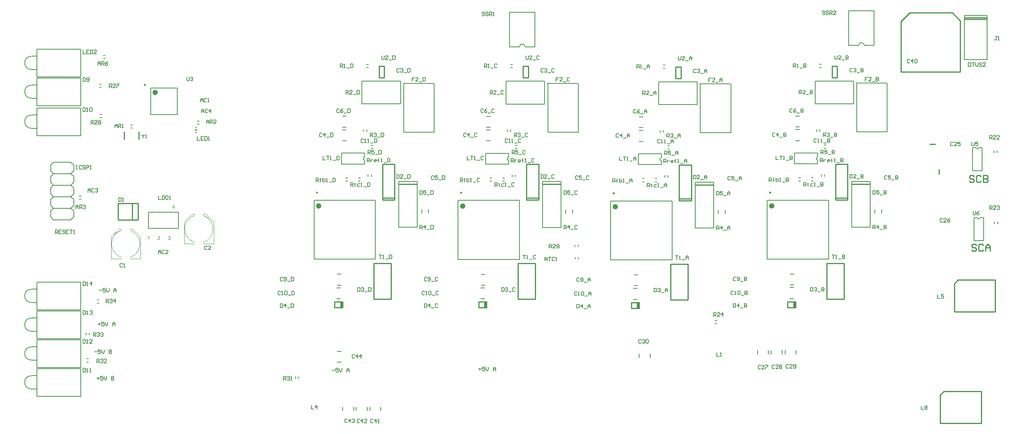
<source format=gbr>
G04 Layer_Color=65535*
%FSLAX45Y45*%
%MOMM*%
%TF.FileFunction,Legend,Top*%
%TF.Part,Single*%
G01*
G75*
%TA.AperFunction,NonConductor*%
%ADD75C,0.12700*%
%ADD76C,0.60000*%
%ADD77C,0.25000*%
%ADD78C,0.20000*%
%ADD79C,0.10160*%
%ADD80C,0.25400*%
%ADD81C,0.15240*%
%ADD82C,0.22860*%
%ADD83C,0.20320*%
%ADD84C,0.15000*%
%ADD85R,0.63500X1.27000*%
%ADD86R,0.30480X0.30241*%
%ADD87R,0.30480X0.15240*%
%ADD88R,0.30480X0.14996*%
G36*
X4376426Y5703200D02*
X4366508D01*
Y5766135D01*
X4366438Y5766065D01*
X4366368Y5765995D01*
X4366158Y5765786D01*
X4365879Y5765576D01*
X4365460Y5765227D01*
X4365041Y5764877D01*
X4364552Y5764458D01*
X4363993Y5763969D01*
X4362596Y5762992D01*
X4360990Y5761804D01*
X4359173Y5760547D01*
X4357078Y5759289D01*
X4357008Y5759220D01*
X4356799Y5759150D01*
X4356519Y5758940D01*
X4356100Y5758731D01*
X4355611Y5758451D01*
X4355052Y5758172D01*
X4354354Y5757753D01*
X4353655Y5757404D01*
X4352049Y5756565D01*
X4350302Y5755727D01*
X4348486Y5754889D01*
X4346740Y5754190D01*
Y5763760D01*
X4346810Y5763830D01*
X4347089Y5763969D01*
X4347578Y5764179D01*
X4348137Y5764458D01*
X4348836Y5764808D01*
X4349674Y5765297D01*
X4350582Y5765786D01*
X4351630Y5766414D01*
X4352747Y5767043D01*
X4353865Y5767811D01*
X4356310Y5769418D01*
X4358824Y5771234D01*
X4361199Y5773190D01*
X4361269Y5773259D01*
X4361478Y5773469D01*
X4361758Y5773748D01*
X4362247Y5774168D01*
X4362736Y5774656D01*
X4363295Y5775215D01*
X4363923Y5775914D01*
X4364622Y5776612D01*
X4366089Y5778289D01*
X4367555Y5780105D01*
X4368883Y5782061D01*
X4369511Y5783038D01*
X4370000Y5784016D01*
X4376426D01*
Y5703200D01*
D02*
G37*
G36*
X4592137Y5783006D02*
X4592906D01*
X4593884Y5782867D01*
X4595071Y5782727D01*
X4596328Y5782518D01*
X4597656Y5782308D01*
X4599122Y5781959D01*
X4600589Y5781540D01*
X4602126Y5780981D01*
X4603663Y5780352D01*
X4605199Y5779654D01*
X4606666Y5778746D01*
X4608063Y5777768D01*
X4609390Y5776650D01*
X4609460Y5776580D01*
X4609670Y5776371D01*
X4610019Y5776021D01*
X4610438Y5775533D01*
X4610997Y5774904D01*
X4611556Y5774136D01*
X4612114Y5773227D01*
X4612813Y5772250D01*
X4613442Y5771132D01*
X4614000Y5769945D01*
X4614629Y5768617D01*
X4615118Y5767220D01*
X4615537Y5765754D01*
X4615886Y5764147D01*
X4616096Y5762471D01*
X4616166Y5760724D01*
Y5760654D01*
Y5760515D01*
Y5760235D01*
Y5759886D01*
X4616096Y5759467D01*
Y5758908D01*
X4615886Y5757721D01*
X4615677Y5756254D01*
X4615328Y5754647D01*
X4614839Y5752901D01*
X4614140Y5751155D01*
Y5751085D01*
X4614070Y5750945D01*
X4613931Y5750666D01*
X4613791Y5750387D01*
X4613581Y5749898D01*
X4613302Y5749409D01*
X4612953Y5748850D01*
X4612603Y5748221D01*
X4611695Y5746754D01*
X4610578Y5745078D01*
X4609181Y5743262D01*
X4607574Y5741376D01*
X4607504Y5741306D01*
X4607365Y5741166D01*
X4607085Y5740817D01*
X4606736Y5740398D01*
X4606177Y5739909D01*
X4605549Y5739280D01*
X4604850Y5738512D01*
X4604012Y5737674D01*
X4602964Y5736696D01*
X4601847Y5735648D01*
X4600659Y5734461D01*
X4599262Y5733203D01*
X4597795Y5731876D01*
X4596119Y5730409D01*
X4594373Y5728873D01*
X4592417Y5727196D01*
X4592347Y5727126D01*
X4591998Y5726847D01*
X4591579Y5726498D01*
X4590950Y5726009D01*
X4590251Y5725380D01*
X4589483Y5724682D01*
X4588575Y5723913D01*
X4587667Y5723145D01*
X4585711Y5721469D01*
X4583825Y5719792D01*
X4582987Y5719024D01*
X4582149Y5718256D01*
X4581520Y5717627D01*
X4580961Y5717068D01*
X4580822Y5716928D01*
X4580542Y5716649D01*
X4580053Y5716090D01*
X4579495Y5715392D01*
X4578866Y5714623D01*
X4578167Y5713715D01*
X4577469Y5712737D01*
X4576840Y5711759D01*
X4616305D01*
Y5702260D01*
X4563080D01*
Y5702330D01*
Y5702400D01*
Y5702609D01*
Y5702889D01*
Y5703587D01*
X4563150Y5704425D01*
X4563289Y5705473D01*
X4563499Y5706660D01*
X4563778Y5707848D01*
X4564197Y5709105D01*
Y5709175D01*
X4564267Y5709385D01*
X4564407Y5709664D01*
X4564616Y5710013D01*
X4564826Y5710502D01*
X4565105Y5711131D01*
X4565385Y5711759D01*
X4565804Y5712458D01*
X4566642Y5714134D01*
X4567830Y5715881D01*
X4569157Y5717836D01*
X4570693Y5719792D01*
X4570763Y5719862D01*
X4570903Y5720002D01*
X4571182Y5720351D01*
X4571532Y5720700D01*
X4572021Y5721189D01*
X4572579Y5721818D01*
X4573208Y5722516D01*
X4573976Y5723285D01*
X4574884Y5724123D01*
X4575792Y5725031D01*
X4576910Y5726079D01*
X4578028Y5727126D01*
X4579285Y5728244D01*
X4580612Y5729432D01*
X4582079Y5730689D01*
X4583616Y5731946D01*
X4583686D01*
X4583755Y5732086D01*
X4584174Y5732435D01*
X4584873Y5732994D01*
X4585711Y5733762D01*
X4586829Y5734670D01*
X4588016Y5735718D01*
X4589343Y5736905D01*
X4590740Y5738163D01*
X4592207Y5739490D01*
X4593744Y5740887D01*
X4595211Y5742284D01*
X4596678Y5743751D01*
X4598005Y5745148D01*
X4599262Y5746545D01*
X4600380Y5747802D01*
X4601358Y5749059D01*
X4601427Y5749129D01*
X4601567Y5749339D01*
X4601777Y5749688D01*
X4602056Y5750107D01*
X4602405Y5750666D01*
X4602824Y5751364D01*
X4603244Y5752063D01*
X4603663Y5752901D01*
X4604501Y5754717D01*
X4605269Y5756743D01*
X4605549Y5757791D01*
X4605758Y5758838D01*
X4605898Y5759886D01*
X4605968Y5760934D01*
Y5761004D01*
Y5761213D01*
Y5761493D01*
X4605898Y5761912D01*
X4605828Y5762401D01*
X4605758Y5763029D01*
X4605618Y5763658D01*
X4605479Y5764357D01*
X4604920Y5765963D01*
X4604641Y5766731D01*
X4604221Y5767570D01*
X4603732Y5768408D01*
X4603174Y5769246D01*
X4602545Y5770084D01*
X4601777Y5770853D01*
X4601707Y5770922D01*
X4601567Y5771062D01*
X4601358Y5771202D01*
X4601008Y5771481D01*
X4600589Y5771761D01*
X4600100Y5772110D01*
X4599541Y5772529D01*
X4598843Y5772878D01*
X4598075Y5773227D01*
X4597236Y5773647D01*
X4596328Y5773996D01*
X4595350Y5774275D01*
X4594373Y5774555D01*
X4593255Y5774764D01*
X4592068Y5774834D01*
X4590810Y5774904D01*
X4590112D01*
X4589623Y5774834D01*
X4589064Y5774764D01*
X4588365Y5774694D01*
X4587527Y5774555D01*
X4586689Y5774345D01*
X4584873Y5773856D01*
X4583965Y5773507D01*
X4582987Y5773088D01*
X4582079Y5772599D01*
X4581171Y5771970D01*
X4580263Y5771342D01*
X4579425Y5770573D01*
X4579355Y5770503D01*
X4579215Y5770364D01*
X4579006Y5770154D01*
X4578796Y5769805D01*
X4578447Y5769316D01*
X4578098Y5768827D01*
X4577678Y5768198D01*
X4577329Y5767500D01*
X4576910Y5766662D01*
X4576491Y5765754D01*
X4576142Y5764776D01*
X4575862Y5763728D01*
X4575583Y5762610D01*
X4575373Y5761353D01*
X4575234Y5760096D01*
X4575164Y5758699D01*
X4564966Y5759746D01*
Y5759886D01*
X4565036Y5760235D01*
X4565105Y5760864D01*
X4565245Y5761632D01*
X4565385Y5762540D01*
X4565664Y5763658D01*
X4565944Y5764845D01*
X4566293Y5766173D01*
X4566782Y5767570D01*
X4567271Y5768967D01*
X4567899Y5770433D01*
X4568668Y5771830D01*
X4569506Y5773297D01*
X4570414Y5774624D01*
X4571532Y5775882D01*
X4572719Y5777069D01*
X4572789Y5777139D01*
X4573068Y5777349D01*
X4573418Y5777628D01*
X4573976Y5777977D01*
X4574675Y5778466D01*
X4575513Y5778955D01*
X4576491Y5779514D01*
X4577609Y5780073D01*
X4578796Y5780632D01*
X4580193Y5781190D01*
X4581730Y5781679D01*
X4583336Y5782168D01*
X4585083Y5782518D01*
X4586968Y5782797D01*
X4588924Y5783006D01*
X4591020Y5783076D01*
X4591509D01*
X4592137Y5783006D01*
D02*
G37*
G36*
X4927344Y6417359D02*
X4938240D01*
Y6408279D01*
X4927344D01*
Y6389000D01*
X4917425D01*
Y6408279D01*
X4882500D01*
Y6417359D01*
X4919241Y6469537D01*
X4927344D01*
Y6417359D01*
D02*
G37*
G36*
X4822404Y5783947D02*
X4822962D01*
X4823661Y5783877D01*
X4824429Y5783807D01*
X4825267Y5783667D01*
X4827153Y5783318D01*
X4829249Y5782829D01*
X4831344Y5782130D01*
X4833440Y5781153D01*
X4833510D01*
X4833719Y5781013D01*
X4833999Y5780873D01*
X4834348Y5780664D01*
X4834837Y5780384D01*
X4835326Y5780035D01*
X4836583Y5779127D01*
X4837910Y5778079D01*
X4839307Y5776752D01*
X4840704Y5775215D01*
X4841892Y5773469D01*
X4841962Y5773399D01*
X4842031Y5773259D01*
X4842171Y5772980D01*
X4842381Y5772631D01*
X4842590Y5772142D01*
X4842870Y5771653D01*
X4843149Y5771024D01*
X4843428Y5770326D01*
X4843917Y5768789D01*
X4844406Y5767043D01*
X4844756Y5765087D01*
X4844895Y5764109D01*
Y5763061D01*
Y5762992D01*
Y5762852D01*
Y5762572D01*
X4844825Y5762223D01*
Y5761734D01*
X4844756Y5761175D01*
X4844546Y5759918D01*
X4844197Y5758451D01*
X4843708Y5756845D01*
X4843009Y5755238D01*
X4842031Y5753562D01*
Y5753492D01*
X4841892Y5753352D01*
X4841752Y5753143D01*
X4841543Y5752863D01*
X4840844Y5752095D01*
X4839936Y5751117D01*
X4838818Y5750069D01*
X4837352Y5748882D01*
X4835675Y5747834D01*
X4833789Y5746786D01*
X4833859D01*
X4834138Y5746716D01*
X4834488Y5746577D01*
X4834977Y5746437D01*
X4835535Y5746228D01*
X4836234Y5746018D01*
X4837002Y5745669D01*
X4837840Y5745319D01*
X4839657Y5744411D01*
X4840565Y5743853D01*
X4841473Y5743224D01*
X4842381Y5742525D01*
X4843289Y5741687D01*
X4844127Y5740849D01*
X4844895Y5739941D01*
X4844965Y5739871D01*
X4845035Y5739731D01*
X4845245Y5739382D01*
X4845524Y5739033D01*
X4845803Y5738474D01*
X4846153Y5737915D01*
X4846502Y5737217D01*
X4846921Y5736379D01*
X4847270Y5735471D01*
X4847619Y5734493D01*
X4847969Y5733445D01*
X4848248Y5732258D01*
X4848528Y5731070D01*
X4848737Y5729743D01*
X4848807Y5728416D01*
X4848877Y5726949D01*
Y5726809D01*
Y5726460D01*
X4848807Y5725901D01*
X4848737Y5725203D01*
X4848667Y5724295D01*
X4848458Y5723247D01*
X4848248Y5722059D01*
X4847899Y5720732D01*
X4847480Y5719405D01*
X4846991Y5717938D01*
X4846362Y5716471D01*
X4845594Y5714935D01*
X4844686Y5713468D01*
X4843708Y5711931D01*
X4842520Y5710464D01*
X4841123Y5709067D01*
X4841054Y5708997D01*
X4840774Y5708788D01*
X4840355Y5708369D01*
X4839726Y5707950D01*
X4838958Y5707391D01*
X4838050Y5706762D01*
X4837002Y5706134D01*
X4835815Y5705435D01*
X4834488Y5704737D01*
X4833021Y5704108D01*
X4831414Y5703479D01*
X4829668Y5702921D01*
X4827852Y5702501D01*
X4825896Y5702152D01*
X4823870Y5701873D01*
X4821705Y5701803D01*
X4821216D01*
X4820657Y5701873D01*
X4819959D01*
X4819051Y5702012D01*
X4818003Y5702152D01*
X4816816Y5702362D01*
X4815558Y5702571D01*
X4814161Y5702921D01*
X4812764Y5703340D01*
X4811297Y5703829D01*
X4809831Y5704457D01*
X4808294Y5705156D01*
X4806897Y5705994D01*
X4805430Y5706972D01*
X4804103Y5708089D01*
X4804033Y5708159D01*
X4803824Y5708369D01*
X4803474Y5708718D01*
X4802985Y5709277D01*
X4802427Y5709906D01*
X4801868Y5710604D01*
X4801169Y5711512D01*
X4800471Y5712560D01*
X4799772Y5713677D01*
X4799074Y5714865D01*
X4798445Y5716262D01*
X4797816Y5717729D01*
X4797258Y5719265D01*
X4796769Y5720942D01*
X4796419Y5722688D01*
X4796140Y5724504D01*
X4806059Y5725831D01*
Y5725761D01*
X4806129Y5725482D01*
X4806268Y5725063D01*
X4806408Y5724434D01*
X4806548Y5723736D01*
X4806827Y5722967D01*
X4807106Y5722059D01*
X4807386Y5721151D01*
X4808224Y5719126D01*
X4809202Y5717170D01*
X4809761Y5716192D01*
X4810389Y5715284D01*
X4811088Y5714446D01*
X4811786Y5713677D01*
X4811856Y5713608D01*
X4811996Y5713538D01*
X4812206Y5713328D01*
X4812555Y5713119D01*
X4812904Y5712839D01*
X4813393Y5712490D01*
X4813952Y5712141D01*
X4814580Y5711861D01*
X4816047Y5711163D01*
X4817724Y5710534D01*
X4819679Y5710115D01*
X4820727Y5710045D01*
X4821775Y5709975D01*
X4822473D01*
X4822962Y5710045D01*
X4823521Y5710115D01*
X4824220Y5710255D01*
X4824988Y5710394D01*
X4825896Y5710604D01*
X4826804Y5710814D01*
X4827712Y5711163D01*
X4828690Y5711512D01*
X4829738Y5712001D01*
X4830716Y5712560D01*
X4831694Y5713188D01*
X4832672Y5713957D01*
X4833580Y5714795D01*
X4833649Y5714865D01*
X4833789Y5715005D01*
X4833999Y5715284D01*
X4834348Y5715633D01*
X4834697Y5716122D01*
X4835116Y5716681D01*
X4835535Y5717379D01*
X4836024Y5718078D01*
X4836443Y5718916D01*
X4836863Y5719824D01*
X4837282Y5720802D01*
X4837631Y5721850D01*
X4837980Y5722967D01*
X4838190Y5724155D01*
X4838329Y5725412D01*
X4838399Y5726739D01*
Y5726809D01*
Y5727019D01*
Y5727368D01*
X4838329Y5727857D01*
X4838260Y5728486D01*
X4838190Y5729114D01*
X4838050Y5729883D01*
X4837840Y5730721D01*
X4837282Y5732467D01*
X4836932Y5733445D01*
X4836513Y5734353D01*
X4836024Y5735331D01*
X4835396Y5736239D01*
X4834697Y5737147D01*
X4833929Y5737985D01*
X4833859Y5738055D01*
X4833719Y5738195D01*
X4833440Y5738404D01*
X4833161Y5738684D01*
X4832672Y5739033D01*
X4832183Y5739382D01*
X4831554Y5739801D01*
X4830855Y5740220D01*
X4830087Y5740570D01*
X4829179Y5740989D01*
X4828271Y5741338D01*
X4827293Y5741687D01*
X4826176Y5741967D01*
X4825058Y5742176D01*
X4823870Y5742316D01*
X4822613Y5742386D01*
X4822124D01*
X4821496Y5742316D01*
X4820727Y5742246D01*
X4819679Y5742106D01*
X4818492Y5741967D01*
X4817165Y5741687D01*
X4815628Y5741338D01*
X4816746Y5749999D01*
X4816885D01*
X4817305Y5749930D01*
X4817863Y5749860D01*
X4818981D01*
X4819400Y5749930D01*
X4819959D01*
X4820588Y5750069D01*
X4821356Y5750139D01*
X4822124Y5750279D01*
X4823870Y5750698D01*
X4825756Y5751257D01*
X4827712Y5752095D01*
X4828690Y5752584D01*
X4829668Y5753143D01*
X4829738Y5753213D01*
X4829878Y5753282D01*
X4830157Y5753492D01*
X4830436Y5753771D01*
X4830855Y5754121D01*
X4831275Y5754540D01*
X4831694Y5755029D01*
X4832183Y5755657D01*
X4832672Y5756356D01*
X4833091Y5757054D01*
X4833510Y5757892D01*
X4833929Y5758801D01*
X4834208Y5759848D01*
X4834488Y5760896D01*
X4834627Y5762083D01*
X4834697Y5763341D01*
Y5763411D01*
Y5763550D01*
Y5763830D01*
X4834627Y5764249D01*
X4834558Y5764668D01*
X4834488Y5765227D01*
X4834208Y5766484D01*
X4833789Y5767881D01*
X4833161Y5769418D01*
X4832741Y5770116D01*
X4832252Y5770885D01*
X4831624Y5771583D01*
X4830995Y5772282D01*
X4830925Y5772351D01*
X4830855Y5772421D01*
X4830646Y5772631D01*
X4830297Y5772840D01*
X4829947Y5773120D01*
X4829528Y5773399D01*
X4829039Y5773748D01*
X4828411Y5774098D01*
X4827084Y5774796D01*
X4825407Y5775355D01*
X4823591Y5775774D01*
X4822543Y5775844D01*
X4821496Y5775914D01*
X4820937D01*
X4820518Y5775844D01*
X4820029Y5775774D01*
X4819470Y5775704D01*
X4818143Y5775495D01*
X4816676Y5775006D01*
X4815069Y5774377D01*
X4814231Y5773958D01*
X4813463Y5773469D01*
X4812694Y5772910D01*
X4811926Y5772282D01*
X4811856Y5772212D01*
X4811786Y5772142D01*
X4811577Y5771932D01*
X4811297Y5771583D01*
X4811018Y5771234D01*
X4810669Y5770745D01*
X4810250Y5770186D01*
X4809900Y5769557D01*
X4809481Y5768859D01*
X4809062Y5768021D01*
X4808643Y5767113D01*
X4808224Y5766135D01*
X4807875Y5765087D01*
X4807526Y5763969D01*
X4807246Y5762712D01*
X4807037Y5761385D01*
X4797118Y5763131D01*
Y5763271D01*
X4797188Y5763550D01*
X4797327Y5764109D01*
X4797467Y5764738D01*
X4797747Y5765576D01*
X4798026Y5766554D01*
X4798375Y5767602D01*
X4798794Y5768789D01*
X4799283Y5769977D01*
X4799912Y5771234D01*
X4800541Y5772491D01*
X4801309Y5773818D01*
X4802147Y5775076D01*
X4803125Y5776263D01*
X4804173Y5777450D01*
X4805290Y5778498D01*
X4805360Y5778568D01*
X4805570Y5778708D01*
X4805919Y5778987D01*
X4806478Y5779336D01*
X4807106Y5779756D01*
X4807805Y5780244D01*
X4808713Y5780733D01*
X4809691Y5781292D01*
X4810809Y5781781D01*
X4811996Y5782270D01*
X4813323Y5782759D01*
X4814720Y5783178D01*
X4816257Y5783527D01*
X4817863Y5783807D01*
X4819540Y5783947D01*
X4821286Y5784016D01*
X4821915D01*
X4822404Y5783947D01*
D02*
G37*
%LPC*%
G36*
X4917425Y6453611D02*
X4892209Y6417359D01*
X4917425D01*
Y6453611D01*
D02*
G37*
%LPD*%
D75*
X1781200Y9746200D02*
G03*
X1781200Y9456200I0J-145000D01*
G01*
Y8450800D02*
G03*
X1781200Y8160800I0J-145000D01*
G01*
Y9111200D02*
G03*
X1781200Y8821200I0J-145000D01*
G01*
Y4615400D02*
G03*
X1781200Y4325400I0J-145000D01*
G01*
Y3980400D02*
G03*
X1781200Y3690400I0J-145000D01*
G01*
Y3345400D02*
G03*
X1781200Y3055400I0J-145000D01*
G01*
Y2710400D02*
G03*
X1781200Y2420400I0J-145000D01*
G01*
X2873400Y9296400D02*
Y9906000D01*
X1908200Y9296400D02*
X2873400D01*
X1908200D02*
Y9906000D01*
X2873400D01*
X1790000Y9456200D02*
X1900000D01*
X1790000Y9746200D02*
X1900000D01*
X1790000Y8450800D02*
X1900000D01*
X1790000Y8160800D02*
X1900000D01*
X1908200Y8610600D02*
X2873400D01*
X1908200Y8001000D02*
Y8610600D01*
Y8001000D02*
X2873400D01*
Y8610600D01*
X1790000Y9111200D02*
X1900000D01*
X1790000Y8821200D02*
X1900000D01*
X1908200Y9271000D02*
X2873400D01*
X1908200Y8661400D02*
Y9271000D01*
Y8661400D02*
X2873400D01*
Y9271000D01*
X1790000Y4615400D02*
X1900000D01*
X1790000Y4325400D02*
X1900000D01*
X1908200Y4775200D02*
X2873400D01*
X1908200Y4165600D02*
Y4775200D01*
Y4165600D02*
X2873400D01*
Y4775200D01*
X1790000Y3980400D02*
X1900000D01*
X1790000Y3690400D02*
X1900000D01*
X1908200Y4140200D02*
X2873400D01*
X1908200Y3530600D02*
Y4140200D01*
Y3530600D02*
X2873400D01*
Y4140200D01*
X1790000Y3345400D02*
X1900000D01*
X1790000Y3055400D02*
X1900000D01*
X1908200Y3505200D02*
X2873400D01*
X1908200Y2895600D02*
Y3505200D01*
Y2895600D02*
X2873400D01*
Y3505200D01*
X1790000Y2710400D02*
X1900000D01*
X1790000Y2420400D02*
X1900000D01*
X1908200Y2870200D02*
X2873400D01*
X1908200Y2260600D02*
Y2870200D01*
Y2260600D02*
X2873400D01*
Y2870200D01*
D76*
X8138402Y6448801D02*
G03*
X8138402Y6448801I-30000J0D01*
G01*
X4539000Y8949000D02*
G03*
X4539000Y8949000I-30000J0D01*
G01*
X11310402Y6446801D02*
G03*
X11310402Y6446801I-30000J0D01*
G01*
X14670403Y6433801D02*
G03*
X14670403Y6433801I-30000J0D01*
G01*
X18114401Y6450801D02*
G03*
X18114401Y6450801I-30000J0D01*
G01*
D77*
X8086402Y6743801D02*
G03*
X8086402Y6743801I-12500J0D01*
G01*
X4296500Y9116500D02*
G03*
X4296500Y9116500I-12500J0D01*
G01*
X11258402Y6741801D02*
G03*
X11258402Y6741801I-12500J0D01*
G01*
X14618402Y6728801D02*
G03*
X14618402Y6728801I-12500J0D01*
G01*
X18062402Y6745801D02*
G03*
X18062402Y6745801I-12500J0D01*
G01*
D78*
X9119901Y7525001D02*
G03*
X9119901Y7461501I0J-31750D01*
G01*
X22609650Y6191301D02*
G03*
X22673151Y6191301I31750J0D01*
G01*
X22582298Y7738416D02*
G03*
X22645798Y7738416I31750J0D01*
G01*
X12656320Y9954260D02*
G03*
X12529320Y9954260I-63500J0D01*
G01*
X20123920Y9984740D02*
G03*
X19996919Y9984740I-63500J0D01*
G01*
X12291901Y7523001D02*
G03*
X12291901Y7459501I0J-31750D01*
G01*
X15651901Y7510001D02*
G03*
X15651901Y7446501I0J-31750D01*
G01*
X19095901Y7527001D02*
G03*
X19095901Y7463501I0J-31750D01*
G01*
X18622000Y3190000D02*
Y3270000D01*
X18382001Y3190000D02*
Y3270000D01*
X18311000Y3191000D02*
Y3271000D01*
X18071001Y3191000D02*
Y3271000D01*
X18010001Y3189000D02*
Y3269000D01*
X17770000Y3189000D02*
Y3269000D01*
X13753999Y5556000D02*
Y5596000D01*
X13824001Y5556000D02*
Y5596000D01*
X16833000Y3856000D02*
X16873000D01*
X16833000Y3926000D02*
X16873000D01*
X13756000Y5285000D02*
Y5325000D01*
X13825999Y5285000D02*
Y5325000D01*
X15407001Y3115000D02*
Y3195000D01*
X15167000Y3115000D02*
Y3195000D01*
X8635400Y8185800D02*
X8715400D01*
X8635400Y8425800D02*
X8715400D01*
X22331000Y10650000D02*
X22581000D01*
X22331000Y9670000D02*
Y10650000D01*
Y9670000D02*
X22831000D01*
Y10650000D01*
X22581000D02*
X22831000D01*
X3294700Y8462720D02*
X3334700D01*
X3294700Y8392720D02*
X3334700D01*
X3282000Y9133280D02*
X3322000D01*
X3282000Y9063280D02*
X3322000D01*
X3231200Y4378400D02*
X3271200D01*
X3231200Y4308400D02*
X3271200D01*
X3057600Y3612200D02*
Y3652200D01*
X2987600Y3612200D02*
Y3652200D01*
X3002600Y3083000D02*
X3042600D01*
X3002600Y3013000D02*
X3042600D01*
X7601000Y2653000D02*
Y2693000D01*
X7671000Y2653000D02*
Y2693000D01*
X9477000Y1941000D02*
Y2021000D01*
X9237000Y1941000D02*
Y2021000D01*
X9177000Y1940000D02*
Y2020000D01*
X8937000Y1940000D02*
Y2020000D01*
X8880000Y1943000D02*
Y2023000D01*
X8640000Y1943000D02*
Y2023000D01*
X8519000Y3008000D02*
X8599000D01*
X8519000Y3248000D02*
X8599000D01*
X2836002Y6667002D02*
X2876002D01*
X2836002Y6596999D02*
X2876002D01*
X8706201Y6998945D02*
X8746200D01*
X8706201Y7068947D02*
X8746200D01*
X8508401Y4407601D02*
X8588400D01*
X8508401Y4647601D02*
X8588400D01*
X9971801Y9152001D02*
X10311802D01*
X9981801Y8077001D02*
Y9152001D01*
Y8077001D02*
X10651802D01*
Y9152001D01*
X10311802D02*
X10641802D01*
X10072400Y6988399D02*
X10275600D01*
Y5978403D02*
Y6988399D01*
X9869200Y5978403D02*
X10275600D01*
X9869200D02*
Y6988399D01*
X10072400D01*
X9163401Y9566401D02*
X9203401D01*
X9163401Y9496401D02*
X9203401D01*
X9199201Y7098401D02*
Y7138401D01*
X9269201Y7098401D02*
Y7138401D01*
X9063203Y8697199D02*
Y8947201D01*
Y8697199D02*
X9913203D01*
Y9197203D01*
X9063203D02*
X9913203D01*
X9063203Y8947201D02*
Y9197203D01*
X8519799Y4706000D02*
X8599799D01*
X8519799Y4946000D02*
X8599799D01*
X9358401Y5275798D02*
Y6575801D01*
X8008402Y5275798D02*
Y6575801D01*
X9358401D01*
X8008402Y5275798D02*
X9358401D01*
X10528402Y6291001D02*
Y6371001D01*
X10378399Y6291001D02*
Y6371001D01*
X9096300Y8090220D02*
Y8130220D01*
X9166300Y8090220D02*
Y8130220D01*
X9265001Y7718401D02*
X9305001D01*
X9265001Y7788401D02*
X9305001D01*
X8611900Y7612751D02*
X9119900D01*
X8611900Y7373752D02*
Y7612751D01*
Y7373752D02*
X9119900D01*
Y7461504D01*
Y7525004D02*
Y7612751D01*
X8985601Y6998945D02*
X9025600D01*
X8985601Y7068947D02*
X9025600D01*
X8635401Y8127401D02*
X8715400D01*
X8635401Y7887401D02*
X8715400D01*
X3969000Y8162999D02*
X4009000D01*
X3969000Y8233001D02*
X4009000D01*
X3366999Y9769394D02*
X3406999D01*
X3366999Y9699396D02*
X3406999D01*
X5435000Y8250000D02*
X5475000D01*
X5435000Y8320000D02*
X5475000D01*
X22991400Y6057001D02*
Y6097001D01*
X23061400Y6057001D02*
Y6097001D01*
X23047400Y7625400D02*
Y7665400D01*
X22977400Y7625400D02*
Y7665400D01*
X22534900Y5683301D02*
Y6191301D01*
Y5683301D02*
X22747900D01*
Y6191301D01*
X22673154D02*
X22747900D01*
X22534900D02*
X22609653D01*
X22507549Y7230416D02*
Y7738416D01*
Y7230416D02*
X22720547D01*
Y7738416D01*
X22645799D02*
X22720547D01*
X22507549D02*
X22582300D01*
X12871820Y9954260D02*
Y10716260D01*
X12313820D02*
X12871820D01*
X12313820Y9954260D02*
Y10716260D01*
Y9954260D02*
X12529320D01*
X12656320D02*
X12871820D01*
X20339420Y9984740D02*
Y10746740D01*
X19781419D02*
X20339420D01*
X19781419Y9984740D02*
Y10746740D01*
Y9984740D02*
X19996919D01*
X20123920D02*
X20339420D01*
X4409000Y8459000D02*
X4999000D01*
X4409000Y9049000D02*
X4999000D01*
Y8459000D02*
Y9049000D01*
X4409000Y8459000D02*
Y9049000D01*
X11807400Y8125401D02*
X11887400D01*
X11807400Y7885401D02*
X11887400D01*
X12157600Y6996945D02*
X12197600D01*
X12157600Y7066947D02*
X12197600D01*
X11783900Y7610751D02*
X12291900D01*
X11783900Y7371752D02*
Y7610751D01*
Y7371752D02*
X12291900D01*
Y7459504D01*
Y7523004D02*
Y7610751D01*
X12437001Y7716401D02*
X12477001D01*
X12437001Y7786401D02*
X12477001D01*
X12268300Y8088220D02*
Y8128220D01*
X12338300Y8088220D02*
Y8128220D01*
X13700401Y6289001D02*
Y6369001D01*
X13550398Y6289001D02*
Y6369001D01*
X12530401Y5273798D02*
Y6573801D01*
X11180401Y5273798D02*
Y6573801D01*
X12530401D01*
X11180401Y5273798D02*
X12530401D01*
X11691799Y4704000D02*
X11771799D01*
X11691799Y4944000D02*
X11771799D01*
X12235202Y8695199D02*
Y8945201D01*
Y8695199D02*
X13085204D01*
Y9195203D01*
X12235202D02*
X13085204D01*
X12235202Y8945201D02*
Y9195203D01*
X12371201Y7096401D02*
Y7136401D01*
X12441201Y7096401D02*
Y7136401D01*
X12335400Y9564401D02*
X12375400D01*
X12335400Y9494401D02*
X12375400D01*
X13244400Y6986399D02*
X13447600D01*
Y5976403D02*
Y6986399D01*
X13041200Y5976403D02*
X13447600D01*
X13041200D02*
Y6986399D01*
X13244400D01*
X13143800Y9150001D02*
X13483801D01*
X13153801Y8075001D02*
Y9150001D01*
Y8075001D02*
X13823801D01*
Y9150001D01*
X13483801D02*
X13813802D01*
X11680400Y4405601D02*
X11760400D01*
X11680400Y4645601D02*
X11760400D01*
X11878200Y6996945D02*
X11918200D01*
X11878200Y7066947D02*
X11918200D01*
X11807400Y8183800D02*
X11887400D01*
X11807400Y8423800D02*
X11887400D01*
X15167400Y8112400D02*
X15247400D01*
X15167400Y7872401D02*
X15247400D01*
X15517599Y6983944D02*
X15557600D01*
X15517599Y7053947D02*
X15557600D01*
X15143900Y7597751D02*
X15651900D01*
X15143900Y7358752D02*
Y7597751D01*
Y7358752D02*
X15651900D01*
Y7446504D01*
Y7510004D02*
Y7597751D01*
X15797002Y7703401D02*
X15837001D01*
X15797002Y7773401D02*
X15837001D01*
X15628300Y8075220D02*
Y8115220D01*
X15698300Y8075220D02*
Y8115220D01*
X17060400Y6276001D02*
Y6356000D01*
X16910399Y6276001D02*
Y6356000D01*
X15890401Y5260798D02*
Y6560801D01*
X14540401Y5260798D02*
Y6560801D01*
X15890401D01*
X14540401Y5260798D02*
X15890401D01*
X15051799Y4691000D02*
X15131799D01*
X15051799Y4930999D02*
X15131799D01*
X15595203Y8682199D02*
Y8932201D01*
Y8682199D02*
X16445203D01*
Y9182203D01*
X15595203D02*
X16445203D01*
X15595203Y8932201D02*
Y9182203D01*
X15731201Y7083401D02*
Y7123401D01*
X15801201Y7083401D02*
Y7123401D01*
X15695399Y9551401D02*
X15735400D01*
X15695399Y9481401D02*
X15735400D01*
X16604401Y6973398D02*
X16807600D01*
Y5963403D02*
Y6973398D01*
X16401199Y5963403D02*
X16807600D01*
X16401199D02*
Y6973398D01*
X16604401D01*
X16503801Y9137001D02*
X16843800D01*
X16513802Y8062001D02*
Y9137001D01*
Y8062001D02*
X17183801D01*
Y9137001D01*
X16843800D02*
X17173802D01*
X15040401Y4392601D02*
X15120399D01*
X15040401Y4632600D02*
X15120399D01*
X15238200Y6983944D02*
X15278200D01*
X15238200Y7053947D02*
X15278200D01*
X15167400Y8170800D02*
X15247400D01*
X15167400Y8410800D02*
X15247400D01*
X18611400Y8129401D02*
X18691400D01*
X18611400Y7889401D02*
X18691400D01*
X18961600Y7000945D02*
X19001601D01*
X18961600Y7070947D02*
X19001601D01*
X18587900Y7614751D02*
X19095900D01*
X18587900Y7375752D02*
Y7614751D01*
Y7375752D02*
X19095900D01*
Y7463504D01*
Y7527004D02*
Y7614751D01*
X19241000Y7720401D02*
X19281001D01*
X19241000Y7790401D02*
X19281001D01*
X19072299Y8092220D02*
Y8132220D01*
X19142300Y8092220D02*
Y8132220D01*
X20504401Y6293001D02*
Y6373001D01*
X20354399Y6293001D02*
Y6373001D01*
X19334401Y5277798D02*
Y6577801D01*
X17984401Y5277798D02*
Y6577801D01*
X19334401D01*
X17984401Y5277798D02*
X19334401D01*
X18495799Y4708000D02*
X18575800D01*
X18495799Y4948000D02*
X18575800D01*
X19039201Y8699199D02*
Y8949201D01*
Y8699199D02*
X19889203D01*
Y9199203D01*
X19039201D02*
X19889203D01*
X19039201Y8949201D02*
Y9199203D01*
X19175201Y7100401D02*
Y7140401D01*
X19245201Y7100401D02*
Y7140401D01*
X19139400Y9568401D02*
X19179401D01*
X19139400Y9498401D02*
X19179401D01*
X20048399Y6990399D02*
X20251601D01*
Y5980403D02*
Y6990399D01*
X19845200Y5980403D02*
X20251601D01*
X19845200D02*
Y6990399D01*
X20048399D01*
X19947801Y9154001D02*
X20287801D01*
X19957800Y8079001D02*
Y9154001D01*
Y8079001D02*
X20627802D01*
Y9154001D01*
X20287801D02*
X20617801D01*
X18484399Y4409601D02*
X18564400D01*
X18484399Y4649601D02*
X18564400D01*
X18682201Y7000945D02*
X18722200D01*
X18682201Y7070947D02*
X18722200D01*
X18611400Y8187800D02*
X18691399D01*
X18611400Y8427800D02*
X18691399D01*
D79*
X3955800Y5318400D02*
G03*
X3955800Y5910580I-95351J296090D01*
G01*
X3764280D02*
G03*
X3764280Y5318400I95351J-296090D01*
G01*
X5567000Y5649000D02*
G03*
X5567000Y6241180I-95351J296090D01*
G01*
X5375480D02*
G03*
X5375480Y5649000I95351J-296090D01*
G01*
X3955800Y5288400D02*
X4185800D01*
Y5770880D01*
X4015800Y5938520D02*
X4185800Y5770880D01*
X3955800Y5938520D02*
X4015800D01*
X3703320D02*
X3764280D01*
X3535680Y5770880D02*
X3703320Y5938520D01*
X3535680Y5288400D02*
Y5770880D01*
Y5288400D02*
X3764280D01*
X5567000Y5619000D02*
X5797000D01*
Y6101480D01*
X5627000Y6269120D02*
X5797000Y6101480D01*
X5567000Y6269120D02*
X5627000D01*
X5314520D02*
X5375480D01*
X5146880Y6101480D02*
X5314520Y6269120D01*
X5146880Y5619000D02*
Y6101480D01*
Y5619000D02*
X5375480D01*
D80*
X21796001Y1667000D02*
Y2287000D01*
Y1667000D02*
X22696001D01*
Y2367000D01*
X21875999D02*
X22696001D01*
X21796001Y2287000D02*
X21875999Y2367000D01*
X22106000Y4121000D02*
Y4741000D01*
Y4121000D02*
X23006000D01*
Y4821000D01*
X22186000D02*
X23006000D01*
X22106000Y4741000D02*
X22186000Y4821000D01*
X4001600Y6144600D02*
Y6504600D01*
X3699600Y6144600D02*
X4131600D01*
X3691600Y6148600D02*
Y6504600D01*
X4123600D01*
X4131600Y6148600D02*
Y6504600D01*
X22331000Y10600000D02*
X22831000D01*
X22331000Y10560000D02*
X22821001D01*
X9437400Y9277401D02*
X9551700D01*
Y9531401D01*
X9437400Y9277401D02*
Y9531401D01*
X9551700D01*
X9869200Y6927901D02*
X10275600D01*
X9704100Y4400601D02*
Y5188001D01*
X9323100D02*
X9704100D01*
X9323100Y4400601D02*
Y5188001D01*
Y4400601D02*
X9704100D01*
X8459500Y4337101D02*
X8637300D01*
X8459500Y4210101D02*
X8637300D01*
X8459500D02*
Y4337101D01*
X9513600Y6623101D02*
Y7372401D01*
X9780300D01*
Y6623101D02*
Y7372401D01*
X9513600Y6623101D02*
X9780300D01*
Y6585001D02*
Y6623101D01*
X9513600Y6585001D02*
X9780300D01*
X9513600D02*
Y6623101D01*
X22232001Y9402000D02*
Y10532000D01*
X22062000Y10702000D02*
X22232001Y10532000D01*
X20932001Y9402000D02*
X22232001D01*
X20932001D02*
Y10512000D01*
X21122000Y10702000D01*
X22062000D01*
X12685600Y6621101D02*
Y7370401D01*
X12952299D01*
Y6621101D02*
Y7370401D01*
X12685600Y6621101D02*
X12952299D01*
Y6583001D02*
Y6621101D01*
X12685600Y6583001D02*
X12952299D01*
X12685600D02*
Y6621101D01*
X11631500Y4335101D02*
X11809300D01*
X11631500Y4208101D02*
X11809300D01*
X11631500D02*
Y4335101D01*
X12876100Y4398601D02*
Y5186001D01*
X12495100D02*
X12876100D01*
X12495100Y4398601D02*
Y5186001D01*
Y4398601D02*
X12876100D01*
X13041200Y6925901D02*
X13447600D01*
X12609400Y9275401D02*
X12723700D01*
Y9529401D01*
X12609400Y9275401D02*
Y9529401D01*
X12723700D01*
X16045599Y6608101D02*
Y7357401D01*
X16312300D01*
Y6608101D02*
Y7357401D01*
X16045599Y6608101D02*
X16312300D01*
Y6570001D02*
Y6608101D01*
X16045599Y6570001D02*
X16312300D01*
X16045599D02*
Y6608101D01*
X14991499Y4322101D02*
X15169299D01*
X14991499Y4195101D02*
X15169299D01*
X14991499D02*
Y4322101D01*
X16236099Y4385601D02*
Y5173001D01*
X15855099D02*
X16236099D01*
X15855099Y4385601D02*
Y5173001D01*
Y4385601D02*
X16236099D01*
X16401199Y6912901D02*
X16807600D01*
X15969400Y9262401D02*
X16083701D01*
Y9516401D01*
X15969400Y9262401D02*
Y9516401D01*
X16083701D01*
X19489600Y6625101D02*
Y7374401D01*
X19756300D01*
Y6625101D02*
Y7374401D01*
X19489600Y6625101D02*
X19756300D01*
Y6587001D02*
Y6625101D01*
X19489600Y6587001D02*
X19756300D01*
X19489600D02*
Y6625101D01*
X18435500Y4339101D02*
X18613300D01*
X18435500Y4212101D02*
X18613300D01*
X18435500D02*
Y4339101D01*
X19680099Y4402601D02*
Y5190001D01*
X19299100D02*
X19680099D01*
X19299100Y4402601D02*
Y5190001D01*
Y4402601D02*
X19680099D01*
X19845200Y6929901D02*
X20251601D01*
X19413400Y9279401D02*
X19527699D01*
Y9533401D01*
X19413400Y9279401D02*
Y9533401D01*
X19527699D01*
X21569000Y7814000D02*
X21681000D01*
X21764999Y7152000D02*
Y7254000D01*
X22535567Y7101959D02*
X22510175Y7127351D01*
X22459392D01*
X22434000Y7101959D01*
Y7076567D01*
X22459392Y7051175D01*
X22510175D01*
X22535567Y7025784D01*
Y7000392D01*
X22510175Y6975000D01*
X22459392D01*
X22434000Y7000392D01*
X22687918Y7101959D02*
X22662526Y7127351D01*
X22611743D01*
X22586351Y7101959D01*
Y7000392D01*
X22611743Y6975000D01*
X22662526D01*
X22687918Y7000392D01*
X22738702Y7127351D02*
Y6975000D01*
X22814877D01*
X22840269Y7000392D01*
Y7025784D01*
X22814877Y7051175D01*
X22738702D01*
X22814877D01*
X22840269Y7076567D01*
Y7101959D01*
X22814877Y7127351D01*
X22738702D01*
X22589568Y5582959D02*
X22564175Y5608351D01*
X22513393D01*
X22488000Y5582959D01*
Y5557567D01*
X22513393Y5532175D01*
X22564175D01*
X22589568Y5506783D01*
Y5481392D01*
X22564175Y5456000D01*
X22513393D01*
X22488000Y5481392D01*
X22741917Y5582959D02*
X22716525Y5608351D01*
X22665742D01*
X22640350Y5582959D01*
Y5481392D01*
X22665742Y5456000D01*
X22716525D01*
X22741917Y5481392D01*
X22792702Y5456000D02*
Y5557567D01*
X22843484Y5608351D01*
X22894269Y5557567D01*
Y5456000D01*
Y5532175D01*
X22792702D01*
D81*
X2273301Y7416800D02*
X2654301D01*
X2717801Y7226300D02*
Y7353300D01*
X2209801D02*
X2273301Y7416800D01*
X2209801Y7226300D02*
Y7353300D01*
Y7226300D02*
X2273301Y7162800D01*
X2654301Y7416800D02*
X2717801Y7353300D01*
X2654301Y7162800D02*
X2717801Y7226300D01*
X2273301Y7162800D02*
X2654301D01*
X2273301Y6908800D02*
X2654301D01*
X2717801Y6972300D01*
X2654301Y7162800D02*
X2717801Y7099300D01*
X2209801Y6972300D02*
X2273301Y6908800D01*
X2209801Y6972300D02*
Y7099300D01*
X2273301Y7162800D01*
X2717801Y6972300D02*
Y7099300D01*
X2273301Y7162800D02*
X2654301D01*
X2273301Y6908800D02*
X2654301D01*
X2717801Y6718300D02*
Y6845300D01*
X2209801D02*
X2273301Y6908800D01*
X2209801Y6718300D02*
Y6845300D01*
Y6718300D02*
X2273301Y6654800D01*
X2654301Y6908800D02*
X2717801Y6845300D01*
X2654301Y6654800D02*
X2717801Y6718300D01*
Y6210300D02*
Y6337300D01*
Y6464300D02*
Y6591300D01*
X2273301Y6654800D02*
X2654301D01*
X2273301Y6400800D02*
X2654301D01*
X2209801Y6591300D02*
X2273301Y6654800D01*
X2209801Y6464300D02*
Y6591300D01*
Y6464300D02*
X2273301Y6400800D01*
X2209801Y6337300D02*
X2273301Y6400800D01*
X2209801Y6210300D02*
Y6337300D01*
Y6210300D02*
X2273301Y6146800D01*
X2654301D01*
Y6654800D02*
X2717801Y6591300D01*
X2654301Y6400800D02*
X2717801Y6464300D01*
X2654301Y6400800D02*
X2717801Y6337300D01*
X2654301Y6146800D02*
X2717801Y6210300D01*
D82*
X3828980Y7918720D02*
Y8080000D01*
X4149000Y7918720D02*
Y8080000D01*
D83*
X5019660Y5957201D02*
Y6312801D01*
X4364340Y5957201D02*
X5019660D01*
X4364340D02*
Y6312801D01*
X5019660D01*
D84*
X3280494Y4592266D02*
X3333810D01*
X3413784Y4632253D02*
X3360468D01*
Y4592266D01*
X3387126Y4605595D01*
X3400455D01*
X3413784Y4592266D01*
Y4565608D01*
X3400455Y4552279D01*
X3373797D01*
X3360468Y4565608D01*
X3440442Y4632253D02*
Y4578937D01*
X3467100Y4552279D01*
X3493758Y4578937D01*
Y4632253D01*
X3600390Y4552279D02*
Y4605595D01*
X3627048Y4632253D01*
X3653706Y4605595D01*
Y4552279D01*
Y4592266D01*
X3600390D01*
X18455316Y2943645D02*
X18441988Y2956974D01*
X18415329D01*
X18402000Y2943645D01*
Y2890329D01*
X18415329Y2877000D01*
X18441988D01*
X18455316Y2890329D01*
X18535291Y2877000D02*
X18481973D01*
X18535291Y2930316D01*
Y2943645D01*
X18521960Y2956974D01*
X18495303D01*
X18481973Y2943645D01*
X18561948Y2890329D02*
X18575278Y2877000D01*
X18601936D01*
X18615265Y2890329D01*
Y2943645D01*
X18601936Y2956974D01*
X18575278D01*
X18561948Y2943645D01*
Y2930316D01*
X18575278Y2916987D01*
X18615265D01*
X18148315Y2934645D02*
X18134987Y2947974D01*
X18108328D01*
X18095000Y2934645D01*
Y2881329D01*
X18108328Y2868000D01*
X18134987D01*
X18148315Y2881329D01*
X18228290Y2868000D02*
X18174974D01*
X18228290Y2921316D01*
Y2934645D01*
X18214961Y2947974D01*
X18188303D01*
X18174974Y2934645D01*
X18254948D02*
X18268277Y2947974D01*
X18294936D01*
X18308264Y2934645D01*
Y2921316D01*
X18294936Y2907987D01*
X18308264Y2894658D01*
Y2881329D01*
X18294936Y2868000D01*
X18268277D01*
X18254948Y2881329D01*
Y2894658D01*
X18268277Y2907987D01*
X18254948Y2921316D01*
Y2934645D01*
X18268277Y2907987D02*
X18294936D01*
X17838316Y2927645D02*
X17824986Y2940974D01*
X17798329D01*
X17785001Y2927645D01*
Y2874329D01*
X17798329Y2861000D01*
X17824986D01*
X17838316Y2874329D01*
X17918291Y2861000D02*
X17864973D01*
X17918291Y2914316D01*
Y2927645D01*
X17904961Y2940974D01*
X17878304D01*
X17864973Y2927645D01*
X17944948Y2940974D02*
X17998264D01*
Y2927645D01*
X17944948Y2874329D01*
Y2861000D01*
X13187000Y5522000D02*
Y5601974D01*
X13226987D01*
X13240315Y5588645D01*
Y5561987D01*
X13226987Y5548658D01*
X13187000D01*
X13213658D02*
X13240315Y5522000D01*
X13320290D02*
X13266974D01*
X13320290Y5575316D01*
Y5588645D01*
X13306961Y5601974D01*
X13280302D01*
X13266974Y5588645D01*
X13346948Y5535329D02*
X13360278Y5522000D01*
X13386935D01*
X13400266Y5535329D01*
Y5588645D01*
X13386935Y5601974D01*
X13360278D01*
X13346948Y5588645D01*
Y5575316D01*
X13360278Y5561987D01*
X13400266D01*
X16807001Y4019000D02*
Y4098974D01*
X16846986D01*
X16860316Y4085645D01*
Y4058987D01*
X16846986Y4045658D01*
X16807001D01*
X16833658D02*
X16860316Y4019000D01*
X16940289D02*
X16886974D01*
X16940289Y4072316D01*
Y4085645D01*
X16926961Y4098974D01*
X16900304D01*
X16886974Y4085645D01*
X17006937Y4019000D02*
Y4098974D01*
X16966948Y4058987D01*
X17020264D01*
X13088998Y5241000D02*
Y5320974D01*
X13142316Y5241000D01*
Y5320974D01*
X13168973D02*
X13222289D01*
X13195631D01*
Y5241000D01*
X13302263Y5307645D02*
X13288934Y5320974D01*
X13262276D01*
X13248947Y5307645D01*
Y5254329D01*
X13262276Y5241000D01*
X13288934D01*
X13302263Y5254329D01*
X13328922Y5241000D02*
X13355580D01*
X13342252D01*
Y5320974D01*
X13328922Y5307645D01*
X16871001Y3219974D02*
Y3140000D01*
X16924316D01*
X16950974D02*
X16977632D01*
X16964304D01*
Y3219974D01*
X16950974Y3206645D01*
X15209496Y3493105D02*
X15196167Y3506434D01*
X15169508D01*
X15156180Y3493105D01*
Y3439789D01*
X15169508Y3426460D01*
X15196167D01*
X15209496Y3439789D01*
X15236154Y3493105D02*
X15249483Y3506434D01*
X15276141D01*
X15289470Y3493105D01*
Y3479776D01*
X15276141Y3466447D01*
X15262811D01*
X15276141D01*
X15289470Y3453118D01*
Y3439789D01*
X15276141Y3426460D01*
X15249483D01*
X15236154Y3439789D01*
X15316129Y3493105D02*
X15329459Y3506434D01*
X15356116D01*
X15369444Y3493105D01*
Y3439789D01*
X15356116Y3426460D01*
X15329459D01*
X15316129Y3439789D01*
Y3493105D01*
X8562316Y8575645D02*
X8548987Y8588974D01*
X8522329D01*
X8509000Y8575645D01*
Y8522329D01*
X8522329Y8509000D01*
X8548987D01*
X8562316Y8522329D01*
X8642290Y8588974D02*
X8615632Y8575645D01*
X8588974Y8548987D01*
Y8522329D01*
X8602303Y8509000D01*
X8628961D01*
X8642290Y8522329D01*
Y8535658D01*
X8628961Y8548987D01*
X8588974D01*
X8668948Y8495671D02*
X8722264D01*
X8748923Y8588974D02*
Y8509000D01*
X8788910D01*
X8802239Y8522329D01*
Y8575645D01*
X8788910Y8588974D01*
X8748923D01*
X3708400Y6633174D02*
Y6553200D01*
X3748387D01*
X3761716Y6566529D01*
Y6619845D01*
X3748387Y6633174D01*
X3708400D01*
X3788374Y6553200D02*
X3815032D01*
X3801703D01*
Y6633174D01*
X3788374Y6619845D01*
X22416000Y9602974D02*
Y9523000D01*
X22455988D01*
X22469316Y9536329D01*
Y9589645D01*
X22455988Y9602974D01*
X22416000D01*
X22495975D02*
X22549290D01*
X22522632D01*
Y9523000D01*
X22575948Y9602974D02*
Y9549658D01*
X22602608Y9523000D01*
X22629265Y9549658D01*
Y9602974D01*
X22709239Y9589645D02*
X22695911Y9602974D01*
X22669252D01*
X22655923Y9589645D01*
Y9576316D01*
X22669252Y9562987D01*
X22695911D01*
X22709239Y9549658D01*
Y9536329D01*
X22695911Y9523000D01*
X22669252D01*
X22655923Y9536329D01*
X22789214Y9523000D02*
X22735896D01*
X22789214Y9576316D01*
Y9589645D01*
X22775883Y9602974D01*
X22749226D01*
X22735896Y9589645D01*
X2311400Y5842000D02*
Y5921974D01*
X2351387D01*
X2364716Y5908645D01*
Y5881987D01*
X2351387Y5868658D01*
X2311400D01*
X2338058D02*
X2364716Y5842000D01*
X2444690Y5921974D02*
X2391374D01*
Y5842000D01*
X2444690D01*
X2391374Y5881987D02*
X2418032D01*
X2524664Y5908645D02*
X2511336Y5921974D01*
X2484678D01*
X2471348Y5908645D01*
Y5895316D01*
X2484678Y5881987D01*
X2511336D01*
X2524664Y5868658D01*
Y5855329D01*
X2511336Y5842000D01*
X2484678D01*
X2471348Y5855329D01*
X2604639Y5921974D02*
X2551323D01*
Y5842000D01*
X2604639D01*
X2551323Y5881987D02*
X2577981D01*
X2631297Y5921974D02*
X2684613D01*
X2657955D01*
Y5842000D01*
X2711271D02*
X2737929D01*
X2724600D01*
Y5921974D01*
X2711271Y5908645D01*
X2921000Y9884374D02*
Y9804400D01*
X2974316D01*
X3054290Y9884374D02*
X3000974D01*
Y9804400D01*
X3054290D01*
X3000974Y9844387D02*
X3027632D01*
X3080948Y9884374D02*
Y9804400D01*
X3120936D01*
X3134264Y9817729D01*
Y9871045D01*
X3120936Y9884374D01*
X3080948D01*
X3214239Y9804400D02*
X3160923D01*
X3214239Y9857716D01*
Y9871045D01*
X3200910Y9884374D01*
X3174252D01*
X3160923Y9871045D01*
X2921000Y8614374D02*
Y8534400D01*
X2960987D01*
X2974316Y8547729D01*
Y8601045D01*
X2960987Y8614374D01*
X2921000D01*
X3000974Y8534400D02*
X3027632D01*
X3014303D01*
Y8614374D01*
X3000974Y8601045D01*
X3067619D02*
X3080949Y8614374D01*
X3107607D01*
X3120936Y8601045D01*
Y8547729D01*
X3107607Y8534400D01*
X3080949D01*
X3067619Y8547729D01*
Y8601045D01*
X2921000Y9274774D02*
Y9194800D01*
X2960987D01*
X2974316Y9208129D01*
Y9261445D01*
X2960987Y9274774D01*
X2921000D01*
X3000974Y9208129D02*
X3014303Y9194800D01*
X3040961D01*
X3054290Y9208129D01*
Y9261445D01*
X3040961Y9274774D01*
X3014303D01*
X3000974Y9261445D01*
Y9248116D01*
X3014303Y9234787D01*
X3054290D01*
X2924200Y4778974D02*
Y4699000D01*
X2964187D01*
X2977516Y4712329D01*
Y4765645D01*
X2964187Y4778974D01*
X2924200D01*
X3004174Y4699000D02*
X3030832D01*
X3017503D01*
Y4778974D01*
X3004174Y4765645D01*
X3110807Y4699000D02*
Y4778974D01*
X3070819Y4738987D01*
X3124135D01*
X2924200Y4143974D02*
Y4064000D01*
X2964187D01*
X2977516Y4077329D01*
Y4130645D01*
X2964187Y4143974D01*
X2924200D01*
X3004174Y4064000D02*
X3030832D01*
X3017503D01*
Y4143974D01*
X3004174Y4130645D01*
X3070819D02*
X3084149Y4143974D01*
X3110807D01*
X3124135Y4130645D01*
Y4117316D01*
X3110807Y4103987D01*
X3097477D01*
X3110807D01*
X3124135Y4090658D01*
Y4077329D01*
X3110807Y4064000D01*
X3084149D01*
X3070819Y4077329D01*
X2921000Y3508974D02*
Y3429000D01*
X2960987D01*
X2974316Y3442329D01*
Y3495645D01*
X2960987Y3508974D01*
X2921000D01*
X3000974Y3429000D02*
X3027632D01*
X3014303D01*
Y3508974D01*
X3000974Y3495645D01*
X3120936Y3429000D02*
X3067619D01*
X3120936Y3482316D01*
Y3495645D01*
X3107607Y3508974D01*
X3080949D01*
X3067619Y3495645D01*
X2924200Y2873974D02*
Y2794000D01*
X2964187D01*
X2977516Y2807329D01*
Y2860645D01*
X2964187Y2873974D01*
X2924200D01*
X3004174Y2794000D02*
X3030832D01*
X3017503D01*
Y2873974D01*
X3004174Y2860645D01*
X3070819Y2794000D02*
X3097477D01*
X3084149D01*
Y2873974D01*
X3070819Y2860645D01*
X3098800Y8255000D02*
Y8334974D01*
X3138787D01*
X3152116Y8321645D01*
Y8294987D01*
X3138787Y8281658D01*
X3098800D01*
X3125458D02*
X3152116Y8255000D01*
X3232090D02*
X3178774D01*
X3232090Y8308316D01*
Y8321645D01*
X3218761Y8334974D01*
X3192103D01*
X3178774Y8321645D01*
X3258748D02*
X3272078Y8334974D01*
X3298736D01*
X3312064Y8321645D01*
Y8308316D01*
X3298736Y8294987D01*
X3312064Y8281658D01*
Y8268329D01*
X3298736Y8255000D01*
X3272078D01*
X3258748Y8268329D01*
Y8281658D01*
X3272078Y8294987D01*
X3258748Y8308316D01*
Y8321645D01*
X3272078Y8294987D02*
X3298736D01*
X3500000Y9058000D02*
Y9137974D01*
X3539987D01*
X3553316Y9124645D01*
Y9097987D01*
X3539987Y9084658D01*
X3500000D01*
X3526658D02*
X3553316Y9058000D01*
X3633290D02*
X3579974D01*
X3633290Y9111316D01*
Y9124645D01*
X3619962Y9137974D01*
X3593303D01*
X3579974Y9124645D01*
X3659948Y9137974D02*
X3713265D01*
Y9124645D01*
X3659948Y9071329D01*
Y9058000D01*
X3429000Y4318000D02*
Y4397974D01*
X3468987D01*
X3482316Y4384645D01*
Y4357987D01*
X3468987Y4344658D01*
X3429000D01*
X3455658D02*
X3482316Y4318000D01*
X3508974Y4384645D02*
X3522303Y4397974D01*
X3548961D01*
X3562290Y4384645D01*
Y4371316D01*
X3548961Y4357987D01*
X3535632D01*
X3548961D01*
X3562290Y4344658D01*
Y4331329D01*
X3548961Y4318000D01*
X3522303D01*
X3508974Y4331329D01*
X3628936Y4318000D02*
Y4397974D01*
X3588948Y4357987D01*
X3642264D01*
X3149600Y3581400D02*
Y3661374D01*
X3189587D01*
X3202916Y3648045D01*
Y3621387D01*
X3189587Y3608058D01*
X3149600D01*
X3176258D02*
X3202916Y3581400D01*
X3229574Y3648045D02*
X3242903Y3661374D01*
X3269561D01*
X3282890Y3648045D01*
Y3634716D01*
X3269561Y3621387D01*
X3256232D01*
X3269561D01*
X3282890Y3608058D01*
Y3594729D01*
X3269561Y3581400D01*
X3242903D01*
X3229574Y3594729D01*
X3309548Y3648045D02*
X3322878Y3661374D01*
X3349536D01*
X3362864Y3648045D01*
Y3634716D01*
X3349536Y3621387D01*
X3336206D01*
X3349536D01*
X3362864Y3608058D01*
Y3594729D01*
X3349536Y3581400D01*
X3322878D01*
X3309548Y3594729D01*
X3225800Y2997200D02*
Y3077174D01*
X3265787D01*
X3279116Y3063845D01*
Y3037187D01*
X3265787Y3023858D01*
X3225800D01*
X3252458D02*
X3279116Y2997200D01*
X3305774Y3063845D02*
X3319103Y3077174D01*
X3345761D01*
X3359090Y3063845D01*
Y3050516D01*
X3345761Y3037187D01*
X3332432D01*
X3345761D01*
X3359090Y3023858D01*
Y3010529D01*
X3345761Y2997200D01*
X3319103D01*
X3305774Y3010529D01*
X3439064Y2997200D02*
X3385748D01*
X3439064Y3050516D01*
Y3063845D01*
X3425736Y3077174D01*
X3399078D01*
X3385748Y3063845D01*
X7336000Y2615000D02*
Y2694974D01*
X7375987D01*
X7389316Y2681645D01*
Y2654987D01*
X7375987Y2641658D01*
X7336000D01*
X7362658D02*
X7389316Y2615000D01*
X7415974Y2681645D02*
X7429303Y2694974D01*
X7455961D01*
X7469290Y2681645D01*
Y2668316D01*
X7455961Y2654987D01*
X7442632D01*
X7455961D01*
X7469290Y2641658D01*
Y2628329D01*
X7455961Y2615000D01*
X7429303D01*
X7415974Y2628329D01*
X7495948Y2615000D02*
X7522606D01*
X7509278D01*
Y2694974D01*
X7495948Y2681645D01*
X7949000Y2060974D02*
Y1981000D01*
X8002316D01*
X8068962D02*
Y2060974D01*
X8028974Y2020987D01*
X8082290D01*
X9308716Y1742845D02*
X9295387Y1756174D01*
X9268729D01*
X9255400Y1742845D01*
Y1689529D01*
X9268729Y1676200D01*
X9295387D01*
X9308716Y1689529D01*
X9375361Y1676200D02*
Y1756174D01*
X9335374Y1716187D01*
X9388690D01*
X9415348Y1676200D02*
X9442007D01*
X9428678D01*
Y1756174D01*
X9415348Y1742845D01*
X9008716Y1741845D02*
X8995387Y1755174D01*
X8968729D01*
X8955400Y1741845D01*
Y1688529D01*
X8968729Y1675200D01*
X8995387D01*
X9008716Y1688529D01*
X9075361Y1675200D02*
Y1755174D01*
X9035374Y1715187D01*
X9088690D01*
X9168664Y1675200D02*
X9115348D01*
X9168664Y1728516D01*
Y1741845D01*
X9155336Y1755174D01*
X9128677D01*
X9115348Y1741845D01*
X8737116Y1744845D02*
X8723787Y1758174D01*
X8697129D01*
X8683800Y1744845D01*
Y1691529D01*
X8697129Y1678200D01*
X8723787D01*
X8737116Y1691529D01*
X8803761Y1678200D02*
Y1758174D01*
X8763774Y1718187D01*
X8817090D01*
X8843748Y1744845D02*
X8857078Y1758174D01*
X8883736D01*
X8897065Y1744845D01*
Y1731516D01*
X8883736Y1718187D01*
X8870406D01*
X8883736D01*
X8897065Y1704858D01*
Y1691529D01*
X8883736Y1678200D01*
X8857078D01*
X8843748Y1691529D01*
X8898316Y3164645D02*
X8884987Y3177974D01*
X8858329D01*
X8845000Y3164645D01*
Y3111329D01*
X8858329Y3098000D01*
X8884987D01*
X8898316Y3111329D01*
X8964961Y3098000D02*
Y3177974D01*
X8924974Y3137987D01*
X8978290D01*
X9044936Y3098000D02*
Y3177974D01*
X9004948Y3137987D01*
X9058265D01*
X2762000Y6391000D02*
Y6444316D01*
X2788658Y6470974D01*
X2815316Y6444316D01*
Y6391000D01*
Y6430987D01*
X2762000D01*
X2841974Y6391000D02*
Y6470974D01*
X2881961D01*
X2895290Y6457645D01*
Y6430987D01*
X2881961Y6417658D01*
X2841974D01*
X2868632D02*
X2895290Y6391000D01*
X2921948Y6457645D02*
X2935278Y6470974D01*
X2961936D01*
X2975265Y6457645D01*
Y6444316D01*
X2961936Y6430987D01*
X2948606D01*
X2961936D01*
X2975265Y6417658D01*
Y6404329D01*
X2961936Y6391000D01*
X2935278D01*
X2921948Y6404329D01*
X9883116Y9464645D02*
X9869787Y9477974D01*
X9843129D01*
X9829800Y9464645D01*
Y9411329D01*
X9843129Y9398000D01*
X9869787D01*
X9883116Y9411329D01*
X9909774Y9464645D02*
X9923103Y9477974D01*
X9949761D01*
X9963090Y9464645D01*
Y9451316D01*
X9949761Y9437987D01*
X9936432D01*
X9949761D01*
X9963090Y9424658D01*
Y9411329D01*
X9949761Y9398000D01*
X9923103D01*
X9909774Y9411329D01*
X9989748Y9384671D02*
X10043064D01*
X10069723Y9477974D02*
Y9398000D01*
X10109710D01*
X10123039Y9411329D01*
Y9464645D01*
X10109710Y9477974D01*
X10069723D01*
X9095716Y7915245D02*
X9082387Y7928574D01*
X9055729D01*
X9042400Y7915245D01*
Y7861929D01*
X9055729Y7848600D01*
X9082387D01*
X9095716Y7861929D01*
X9122374Y7848600D02*
X9149032D01*
X9135703D01*
Y7928574D01*
X9122374Y7915245D01*
X9189019Y7848600D02*
X9215678D01*
X9202349D01*
Y7928574D01*
X9189019Y7915245D01*
X9255665Y7835271D02*
X9308981D01*
X9335639Y7928574D02*
Y7848600D01*
X9375626D01*
X9388955Y7861929D01*
Y7915245D01*
X9375626Y7928574D01*
X9335639D01*
X9499600Y9757374D02*
Y9690729D01*
X9512929Y9677400D01*
X9539587D01*
X9552916Y9690729D01*
Y9757374D01*
X9632890Y9677400D02*
X9579574D01*
X9632890Y9730716D01*
Y9744045D01*
X9619561Y9757374D01*
X9592903D01*
X9579574Y9744045D01*
X9659548Y9664071D02*
X9712864D01*
X9739523Y9757374D02*
Y9677400D01*
X9779510D01*
X9792839Y9690729D01*
Y9744045D01*
X9779510Y9757374D01*
X9739523D01*
X8051800Y6985000D02*
Y7064974D01*
X8091787D01*
X8105116Y7051645D01*
Y7024987D01*
X8091787Y7011658D01*
X8051800D01*
X8078458D02*
X8105116Y6985000D01*
X8145103D02*
Y7051645D01*
Y7024987D01*
X8131774D01*
X8158432D01*
X8145103D01*
Y7051645D01*
X8158432Y7064974D01*
X8198419D02*
Y6985000D01*
X8238407D01*
X8251736Y6998329D01*
Y7011658D01*
Y7024987D01*
X8238407Y7038316D01*
X8198419D01*
X8278394Y6985000D02*
X8305052D01*
X8291723D01*
Y7064974D01*
X8278394Y7051645D01*
X8345039Y6971671D02*
X8398355D01*
X8425013Y7064974D02*
Y6985000D01*
X8465000D01*
X8478329Y6998329D01*
Y7051645D01*
X8465000Y7064974D01*
X8425013D01*
X7266916Y4562445D02*
X7253587Y4575774D01*
X7226929D01*
X7213600Y4562445D01*
Y4509129D01*
X7226929Y4495800D01*
X7253587D01*
X7266916Y4509129D01*
X7293574Y4495800D02*
X7320232D01*
X7306903D01*
Y4575774D01*
X7293574Y4562445D01*
X7360219D02*
X7373549Y4575774D01*
X7400207D01*
X7413536Y4562445D01*
Y4509129D01*
X7400207Y4495800D01*
X7373549D01*
X7360219Y4509129D01*
Y4562445D01*
X7440194Y4482471D02*
X7493510D01*
X7520168Y4575774D02*
Y4495800D01*
X7560155D01*
X7573484Y4509129D01*
Y4562445D01*
X7560155Y4575774D01*
X7520168D01*
X10220316Y9278974D02*
X10167000D01*
Y9238987D01*
X10193658D01*
X10167000D01*
Y9199000D01*
X10300290D02*
X10246974D01*
X10300290Y9252316D01*
Y9265645D01*
X10286961Y9278974D01*
X10260303D01*
X10246974Y9265645D01*
X10326948Y9185671D02*
X10380264D01*
X10406923Y9278974D02*
Y9199000D01*
X10446910D01*
X10460239Y9212329D01*
Y9265645D01*
X10446910Y9278974D01*
X10406923D01*
X10645116Y7102445D02*
X10631787Y7115774D01*
X10605129D01*
X10591800Y7102445D01*
Y7049129D01*
X10605129Y7035800D01*
X10631787D01*
X10645116Y7049129D01*
X10725090Y7115774D02*
X10671774D01*
Y7075787D01*
X10698432Y7089116D01*
X10711761D01*
X10725090Y7075787D01*
Y7049129D01*
X10711761Y7035800D01*
X10685103D01*
X10671774Y7049129D01*
X10751748Y7022471D02*
X10805064D01*
X10831723Y7115774D02*
Y7035800D01*
X10871710D01*
X10885039Y7049129D01*
Y7102445D01*
X10871710Y7115774D01*
X10831723D01*
X10337800Y6785574D02*
Y6705600D01*
X10377787D01*
X10391116Y6718929D01*
Y6772245D01*
X10377787Y6785574D01*
X10337800D01*
X10471090D02*
X10417774D01*
Y6745587D01*
X10444432Y6758916D01*
X10457761D01*
X10471090Y6745587D01*
Y6718929D01*
X10457761Y6705600D01*
X10431103D01*
X10417774Y6718929D01*
X10497748Y6692271D02*
X10551064D01*
X10577723Y6785574D02*
Y6705600D01*
X10617710D01*
X10631039Y6718929D01*
Y6772245D01*
X10617710Y6785574D01*
X10577723D01*
X8966200Y4651974D02*
Y4572000D01*
X9006187D01*
X9019516Y4585329D01*
Y4638645D01*
X9006187Y4651974D01*
X8966200D01*
X9046174Y4638645D02*
X9059503Y4651974D01*
X9086161D01*
X9099490Y4638645D01*
Y4625316D01*
X9086161Y4611987D01*
X9072832D01*
X9086161D01*
X9099490Y4598658D01*
Y4585329D01*
X9086161Y4572000D01*
X9059503D01*
X9046174Y4585329D01*
X9126148Y4558671D02*
X9179464D01*
X9206123Y4651974D02*
Y4572000D01*
X9246110D01*
X9259439Y4585329D01*
Y4638645D01*
X9246110Y4651974D01*
X9206123D01*
X8585200Y9499600D02*
Y9579574D01*
X8625187D01*
X8638516Y9566245D01*
Y9539587D01*
X8625187Y9526258D01*
X8585200D01*
X8611858D02*
X8638516Y9499600D01*
X8665174D02*
X8691832D01*
X8678503D01*
Y9579574D01*
X8665174Y9566245D01*
X8731819Y9486271D02*
X8785136D01*
X8811794Y9579574D02*
Y9499600D01*
X8851781D01*
X8865110Y9512929D01*
Y9566245D01*
X8851781Y9579574D01*
X8811794D01*
X9175000Y7417000D02*
Y7496974D01*
X9214987D01*
X9228316Y7483645D01*
Y7456987D01*
X9214987Y7443658D01*
X9175000D01*
X9201658D02*
X9228316Y7417000D01*
X9254974Y7470316D02*
Y7417000D01*
Y7443658D01*
X9268303Y7456987D01*
X9281632Y7470316D01*
X9294961D01*
X9374936Y7417000D02*
X9348277D01*
X9334948Y7430329D01*
Y7456987D01*
X9348277Y7470316D01*
X9374936D01*
X9388264Y7456987D01*
Y7443658D01*
X9334948D01*
X9428252Y7417000D02*
Y7483645D01*
Y7456987D01*
X9414922D01*
X9441581D01*
X9428252D01*
Y7483645D01*
X9441581Y7496974D01*
X9481568Y7417000D02*
X9508226D01*
X9494897D01*
Y7496974D01*
X9481568Y7483645D01*
X9548213Y7403671D02*
X9601529D01*
X9628187Y7496974D02*
Y7417000D01*
X9668174D01*
X9681503Y7430329D01*
Y7483645D01*
X9668174Y7496974D01*
X9628187D01*
X8712200Y8915400D02*
Y8995374D01*
X8752187D01*
X8765516Y8982045D01*
Y8955387D01*
X8752187Y8942058D01*
X8712200D01*
X8738858D02*
X8765516Y8915400D01*
X8845490D02*
X8792174D01*
X8845490Y8968716D01*
Y8982045D01*
X8832161Y8995374D01*
X8805503D01*
X8792174Y8982045D01*
X8872148Y8902071D02*
X8925464D01*
X8952123Y8995374D02*
Y8915400D01*
X8992110D01*
X9005439Y8928729D01*
Y8982045D01*
X8992110Y8995374D01*
X8952123D01*
X7317716Y4867245D02*
X7304387Y4880574D01*
X7277729D01*
X7264400Y4867245D01*
Y4813929D01*
X7277729Y4800600D01*
X7304387D01*
X7317716Y4813929D01*
X7344374D02*
X7357703Y4800600D01*
X7384361D01*
X7397690Y4813929D01*
Y4867245D01*
X7384361Y4880574D01*
X7357703D01*
X7344374Y4867245D01*
Y4853916D01*
X7357703Y4840587D01*
X7397690D01*
X7424348Y4787271D02*
X7477664D01*
X7504323Y4880574D02*
Y4800600D01*
X7544310D01*
X7557639Y4813929D01*
Y4867245D01*
X7544310Y4880574D01*
X7504323D01*
X7264400Y4296374D02*
Y4216400D01*
X7304387D01*
X7317716Y4229729D01*
Y4283045D01*
X7304387Y4296374D01*
X7264400D01*
X7384361Y4216400D02*
Y4296374D01*
X7344374Y4256387D01*
X7397690D01*
X7424348Y4203071D02*
X7477664D01*
X7504323Y4296374D02*
Y4216400D01*
X7544310D01*
X7557639Y4229729D01*
Y4283045D01*
X7544310Y4296374D01*
X7504323D01*
X9437400Y5369575D02*
X9490717D01*
X9464059D01*
Y5289601D01*
X9517375D02*
X9544033D01*
X9530704D01*
Y5369575D01*
X9517375Y5356246D01*
X9584020Y5276272D02*
X9637336D01*
X9663994Y5369575D02*
Y5289601D01*
X9703981D01*
X9717310Y5302930D01*
Y5356246D01*
X9703981Y5369575D01*
X9663994D01*
X10337800Y5943600D02*
Y6023574D01*
X10377787D01*
X10391116Y6010245D01*
Y5983587D01*
X10377787Y5970258D01*
X10337800D01*
X10364458D02*
X10391116Y5943600D01*
X10457761D02*
Y6023574D01*
X10417774Y5983587D01*
X10471090D01*
X10497748Y5930271D02*
X10551064D01*
X10577723Y6023574D02*
Y5943600D01*
X10617710D01*
X10631039Y5956929D01*
Y6010245D01*
X10617710Y6023574D01*
X10577723D01*
X9829800Y7141174D02*
Y7061200D01*
X9869787D01*
X9883116Y7074529D01*
Y7127845D01*
X9869787Y7141174D01*
X9829800D01*
X9963090Y7061200D02*
X9909774D01*
X9963090Y7114516D01*
Y7127845D01*
X9949761Y7141174D01*
X9923103D01*
X9909774Y7127845D01*
X9989748Y7047871D02*
X10043064D01*
X10069723Y7141174D02*
Y7061200D01*
X10109710D01*
X10123039Y7074529D01*
Y7127845D01*
X10109710Y7141174D01*
X10069723D01*
X9245600Y7975600D02*
Y8055574D01*
X9285587D01*
X9298916Y8042245D01*
Y8015587D01*
X9285587Y8002258D01*
X9245600D01*
X9272258D02*
X9298916Y7975600D01*
X9325574Y8042245D02*
X9338903Y8055574D01*
X9365561D01*
X9378890Y8042245D01*
Y8028916D01*
X9365561Y8015587D01*
X9352232D01*
X9365561D01*
X9378890Y8002258D01*
Y7988929D01*
X9365561Y7975600D01*
X9338903D01*
X9325574Y7988929D01*
X9405548Y7962271D02*
X9458864D01*
X9485523Y8055574D02*
Y7975600D01*
X9525510D01*
X9538839Y7988929D01*
Y8042245D01*
X9525510Y8055574D01*
X9485523D01*
X9194800Y7594600D02*
Y7674574D01*
X9234787D01*
X9248116Y7661245D01*
Y7634587D01*
X9234787Y7621258D01*
X9194800D01*
X9221458D02*
X9248116Y7594600D01*
X9328090Y7674574D02*
X9274774D01*
Y7634587D01*
X9301432Y7647916D01*
X9314761D01*
X9328090Y7634587D01*
Y7607929D01*
X9314761Y7594600D01*
X9288103D01*
X9274774Y7607929D01*
X9354748Y7581271D02*
X9408064D01*
X9434723Y7674574D02*
Y7594600D01*
X9474710D01*
X9488039Y7607929D01*
Y7661245D01*
X9474710Y7674574D01*
X9434723D01*
X8204200Y7547574D02*
Y7467600D01*
X8257516D01*
X8284174Y7547574D02*
X8337490D01*
X8310832D01*
Y7467600D01*
X8364148D02*
X8390806D01*
X8377478D01*
Y7547574D01*
X8364148Y7534245D01*
X8430794Y7454271D02*
X8484110D01*
X8510768Y7547574D02*
Y7467600D01*
X8550755D01*
X8564084Y7480929D01*
Y7534245D01*
X8550755Y7547574D01*
X8510768D01*
X8813800Y6883400D02*
Y6963374D01*
X8853787D01*
X8867116Y6950045D01*
Y6923387D01*
X8853787Y6910058D01*
X8813800D01*
X8840458D02*
X8867116Y6883400D01*
X8907103Y6950045D02*
Y6936716D01*
X8893774D01*
X8920432D01*
X8907103D01*
Y6896729D01*
X8920432Y6883400D01*
X9013736Y6936716D02*
X8973749D01*
X8960419Y6923387D01*
Y6896729D01*
X8973749Y6883400D01*
X9013736D01*
X9040394D02*
X9067052D01*
X9053723D01*
Y6963374D01*
X9040394Y6950045D01*
X9107039Y6870071D02*
X9160355D01*
X9187013Y6963374D02*
Y6883400D01*
X9227000D01*
X9240329Y6896729D01*
Y6950045D01*
X9227000Y6963374D01*
X9187013D01*
X8181316Y8042245D02*
X8167987Y8055574D01*
X8141329D01*
X8128000Y8042245D01*
Y7988929D01*
X8141329Y7975600D01*
X8167987D01*
X8181316Y7988929D01*
X8247961Y7975600D02*
Y8055574D01*
X8207974Y8015587D01*
X8261290D01*
X8287948Y7962271D02*
X8341264D01*
X8367923Y8055574D02*
Y7975600D01*
X8407910D01*
X8421239Y7988929D01*
Y8042245D01*
X8407910Y8055574D01*
X8367923D01*
X3029000Y6755000D02*
Y6808316D01*
X3055658Y6834974D01*
X3082316Y6808316D01*
Y6755000D01*
Y6794987D01*
X3029000D01*
X3162290Y6821645D02*
X3148961Y6834974D01*
X3122303D01*
X3108974Y6821645D01*
Y6768329D01*
X3122303Y6755000D01*
X3148961D01*
X3162290Y6768329D01*
X3188948Y6821645D02*
X3202278Y6834974D01*
X3228936D01*
X3242265Y6821645D01*
Y6808316D01*
X3228936Y6794987D01*
X3215606D01*
X3228936D01*
X3242265Y6781658D01*
Y6768329D01*
X3228936Y6755000D01*
X3202278D01*
X3188948Y6768329D01*
X5508000Y8740000D02*
Y8793316D01*
X5534658Y8819974D01*
X5561316Y8793316D01*
Y8740000D01*
Y8779987D01*
X5508000D01*
X5641290Y8806645D02*
X5627961Y8819974D01*
X5601303D01*
X5587974Y8806645D01*
Y8753329D01*
X5601303Y8740000D01*
X5627961D01*
X5641290Y8753329D01*
X5667948Y8740000D02*
X5694606D01*
X5681277D01*
Y8819974D01*
X5667948Y8806645D01*
X5531000Y8501000D02*
Y8554316D01*
X5557658Y8580974D01*
X5584316Y8554316D01*
Y8501000D01*
Y8540987D01*
X5531000D01*
X5664290Y8567645D02*
X5650962Y8580974D01*
X5624303D01*
X5610974Y8567645D01*
Y8514329D01*
X5624303Y8501000D01*
X5650962D01*
X5664290Y8514329D01*
X5730936Y8501000D02*
Y8580974D01*
X5690948Y8540987D01*
X5744265D01*
X3621000Y8174000D02*
Y8227316D01*
X3647658Y8253974D01*
X3674316Y8227316D01*
Y8174000D01*
Y8213987D01*
X3621000D01*
X3700974Y8174000D02*
Y8253974D01*
X3740962D01*
X3754290Y8240645D01*
Y8213987D01*
X3740962Y8200658D01*
X3700974D01*
X3727632D02*
X3754290Y8174000D01*
X3780948D02*
X3807607D01*
X3794278D01*
Y8253974D01*
X3780948Y8240645D01*
X21124776Y9666525D02*
X21111447Y9679854D01*
X21084789D01*
X21071460Y9666525D01*
Y9613209D01*
X21084789Y9599880D01*
X21111447D01*
X21124776Y9613209D01*
X21191422Y9599880D02*
Y9679854D01*
X21151434Y9639867D01*
X21204750D01*
X21231409Y9666525D02*
X21244737Y9679854D01*
X21271396D01*
X21284724Y9666525D01*
Y9613209D01*
X21271396Y9599880D01*
X21244737D01*
X21231409Y9613209D01*
Y9666525D01*
X2768600Y7344374D02*
X2795258D01*
X2781929D01*
Y7264400D01*
X2768600D01*
X2795258D01*
X2888561Y7331045D02*
X2875233Y7344374D01*
X2848574D01*
X2835245Y7331045D01*
Y7277729D01*
X2848574Y7264400D01*
X2875233D01*
X2888561Y7277729D01*
X2968536Y7331045D02*
X2955207Y7344374D01*
X2928549D01*
X2915219Y7331045D01*
Y7317716D01*
X2928549Y7304387D01*
X2955207D01*
X2968536Y7291058D01*
Y7277729D01*
X2955207Y7264400D01*
X2928549D01*
X2915219Y7277729D01*
X2995194Y7264400D02*
Y7344374D01*
X3035181D01*
X3048510Y7331045D01*
Y7304387D01*
X3035181Y7291058D01*
X2995194D01*
X3075168Y7264400D02*
X3101826D01*
X3088497D01*
Y7344374D01*
X3075168Y7331045D01*
X5439000Y7975974D02*
Y7896000D01*
X5492316D01*
X5572290Y7975974D02*
X5518974D01*
Y7896000D01*
X5572290D01*
X5518974Y7935987D02*
X5545632D01*
X5598948Y7975974D02*
Y7896000D01*
X5638936D01*
X5652265Y7909329D01*
Y7962645D01*
X5638936Y7975974D01*
X5598948D01*
X5678923Y7896000D02*
X5705581D01*
X5692252D01*
Y7975974D01*
X5678923Y7962645D01*
X3251200Y9550400D02*
Y9603716D01*
X3277858Y9630374D01*
X3304516Y9603716D01*
Y9550400D01*
Y9590387D01*
X3251200D01*
X3331174Y9550400D02*
Y9630374D01*
X3371161D01*
X3384490Y9617045D01*
Y9590387D01*
X3371161Y9577058D01*
X3331174D01*
X3357832D02*
X3384490Y9550400D01*
X3464464Y9630374D02*
X3437806Y9617045D01*
X3411148Y9590387D01*
Y9563729D01*
X3424478Y9550400D01*
X3451136D01*
X3464464Y9563729D01*
Y9577058D01*
X3451136Y9590387D01*
X3411148D01*
X5636000Y8265000D02*
Y8318316D01*
X5662658Y8344974D01*
X5689316Y8318316D01*
Y8265000D01*
Y8304987D01*
X5636000D01*
X5715974Y8265000D02*
Y8344974D01*
X5755961D01*
X5769290Y8331645D01*
Y8304987D01*
X5755961Y8291658D01*
X5715974D01*
X5742632D02*
X5769290Y8265000D01*
X5849264D02*
X5795948D01*
X5849264Y8318316D01*
Y8331645D01*
X5835935Y8344974D01*
X5809277D01*
X5795948Y8331645D01*
X4213000Y8024974D02*
Y8011645D01*
X4239658Y7984987D01*
X4266316Y8011645D01*
Y8024974D01*
X4239658Y7984987D02*
Y7945000D01*
X4292974D02*
X4319632D01*
X4306303D01*
Y8024974D01*
X4292974Y8011645D01*
X22078316Y7842645D02*
X22064987Y7855974D01*
X22038329D01*
X22025000Y7842645D01*
Y7789329D01*
X22038329Y7776000D01*
X22064987D01*
X22078316Y7789329D01*
X22158290Y7776000D02*
X22104974D01*
X22158290Y7829316D01*
Y7842645D01*
X22144962Y7855974D01*
X22118303D01*
X22104974Y7842645D01*
X22238264Y7855974D02*
X22184949D01*
Y7815987D01*
X22211606Y7829316D01*
X22224934D01*
X22238264Y7815987D01*
Y7789329D01*
X22224934Y7776000D01*
X22198277D01*
X22184949Y7789329D01*
X21846516Y6162645D02*
X21833186Y6175974D01*
X21806529D01*
X21793201Y6162645D01*
Y6109329D01*
X21806529Y6096000D01*
X21833186D01*
X21846516Y6109329D01*
X21926489Y6096000D02*
X21873174D01*
X21926489Y6149316D01*
Y6162645D01*
X21913161Y6175974D01*
X21886504D01*
X21873174Y6162645D01*
X22006464Y6175974D02*
X21979807Y6162645D01*
X21953148Y6135987D01*
Y6109329D01*
X21966478Y6096000D01*
X21993137D01*
X22006464Y6109329D01*
Y6122658D01*
X21993137Y6135987D01*
X21953148D01*
X22885400Y6375400D02*
Y6455374D01*
X22925388D01*
X22938716Y6442045D01*
Y6415387D01*
X22925388Y6402058D01*
X22885400D01*
X22912057D02*
X22938716Y6375400D01*
X23018690D02*
X22965375D01*
X23018690Y6428716D01*
Y6442045D01*
X23005360Y6455374D01*
X22978703D01*
X22965375Y6442045D01*
X23045348D02*
X23058678Y6455374D01*
X23085336D01*
X23098663Y6442045D01*
Y6428716D01*
X23085336Y6415387D01*
X23072006D01*
X23085336D01*
X23098663Y6402058D01*
Y6388729D01*
X23085336Y6375400D01*
X23058678D01*
X23045348Y6388729D01*
X22885400Y7924800D02*
Y8004774D01*
X22925388D01*
X22938716Y7991445D01*
Y7964787D01*
X22925388Y7951458D01*
X22885400D01*
X22912057D02*
X22938716Y7924800D01*
X23018690D02*
X22965375D01*
X23018690Y7978116D01*
Y7991445D01*
X23005360Y8004774D01*
X22978703D01*
X22965375Y7991445D01*
X23098663Y7924800D02*
X23045348D01*
X23098663Y7978116D01*
Y7991445D01*
X23085336Y8004774D01*
X23058678D01*
X23045348Y7991445D01*
X22518401Y6334775D02*
Y6268130D01*
X22531731Y6254801D01*
X22558388D01*
X22571716Y6268130D01*
Y6334775D01*
X22651691D02*
X22625034Y6321446D01*
X22598375Y6294788D01*
Y6268130D01*
X22611703Y6254801D01*
X22638362D01*
X22651691Y6268130D01*
Y6281459D01*
X22638362Y6294788D01*
X22598375D01*
X22491048Y7856490D02*
Y7789845D01*
X22504378Y7776516D01*
X22531035D01*
X22544363Y7789845D01*
Y7856490D01*
X22624339D02*
X22571022D01*
Y7816503D01*
X22597681Y7829832D01*
X22611011D01*
X22624339Y7816503D01*
Y7789845D01*
X22611011Y7776516D01*
X22584352D01*
X22571022Y7789845D01*
X3787116Y5172045D02*
X3773787Y5185374D01*
X3747129D01*
X3733800Y5172045D01*
Y5118729D01*
X3747129Y5105400D01*
X3773787D01*
X3787116Y5118729D01*
X3813774Y5105400D02*
X3840432D01*
X3827103D01*
Y5185374D01*
X3813774Y5172045D01*
X23040315Y10189174D02*
X23013658D01*
X23026987D01*
Y10122529D01*
X23013658Y10109200D01*
X23000330D01*
X22987000Y10122529D01*
X23066974Y10109200D02*
X23093633D01*
X23080302D01*
Y10189174D01*
X23066974Y10175845D01*
X4577000Y5397000D02*
Y5450316D01*
X4603658Y5476974D01*
X4630316Y5450316D01*
Y5397000D01*
Y5436987D01*
X4577000D01*
X4710290Y5463645D02*
X4696961Y5476974D01*
X4670303D01*
X4656974Y5463645D01*
Y5410329D01*
X4670303Y5397000D01*
X4696961D01*
X4710290Y5410329D01*
X4790264Y5397000D02*
X4736948D01*
X4790264Y5450316D01*
Y5463645D01*
X4776936Y5476974D01*
X4750278D01*
X4736948Y5463645D01*
X5652196Y5553445D02*
X5638867Y5566774D01*
X5612209D01*
X5598880Y5553445D01*
Y5500129D01*
X5612209Y5486800D01*
X5638867D01*
X5652196Y5500129D01*
X5732170Y5486800D02*
X5678854D01*
X5732170Y5540116D01*
Y5553445D01*
X5718841Y5566774D01*
X5692183D01*
X5678854Y5553445D01*
X4582960Y6672174D02*
Y6592200D01*
X4636276D01*
X4662934Y6672174D02*
Y6592200D01*
X4702921D01*
X4716250Y6605529D01*
Y6658845D01*
X4702921Y6672174D01*
X4662934D01*
X4782895D02*
X4756237D01*
X4742908Y6658845D01*
Y6605529D01*
X4756237Y6592200D01*
X4782895D01*
X4796224Y6605529D01*
Y6658845D01*
X4782895Y6672174D01*
X4822882Y6592200D02*
X4849540D01*
X4836212D01*
Y6672174D01*
X4822882Y6658845D01*
X11762716Y10709245D02*
X11749387Y10722574D01*
X11722729D01*
X11709400Y10709245D01*
Y10695916D01*
X11722729Y10682587D01*
X11749387D01*
X11762716Y10669258D01*
Y10655929D01*
X11749387Y10642600D01*
X11722729D01*
X11709400Y10655929D01*
X11842690Y10709245D02*
X11829361Y10722574D01*
X11802703D01*
X11789374Y10709245D01*
Y10695916D01*
X11802703Y10682587D01*
X11829361D01*
X11842690Y10669258D01*
Y10655929D01*
X11829361Y10642600D01*
X11802703D01*
X11789374Y10655929D01*
X11869348Y10642600D02*
Y10722574D01*
X11909336D01*
X11922664Y10709245D01*
Y10682587D01*
X11909336Y10669258D01*
X11869348D01*
X11896006D02*
X11922664Y10642600D01*
X11949323D02*
X11975981D01*
X11962652D01*
Y10722574D01*
X11949323Y10709245D01*
X19255716Y10734645D02*
X19242387Y10747974D01*
X19215729D01*
X19202400Y10734645D01*
Y10721316D01*
X19215729Y10707987D01*
X19242387D01*
X19255716Y10694658D01*
Y10681329D01*
X19242387Y10668000D01*
X19215729D01*
X19202400Y10681329D01*
X19335690Y10734645D02*
X19322362Y10747974D01*
X19295703D01*
X19282375Y10734645D01*
Y10721316D01*
X19295703Y10707987D01*
X19322362D01*
X19335690Y10694658D01*
Y10681329D01*
X19322362Y10668000D01*
X19295703D01*
X19282375Y10681329D01*
X19362347Y10668000D02*
Y10747974D01*
X19402336D01*
X19415665Y10734645D01*
Y10707987D01*
X19402336Y10694658D01*
X19362347D01*
X19389006D02*
X19415665Y10668000D01*
X19495639D02*
X19442323D01*
X19495639Y10721316D01*
Y10734645D01*
X19482310Y10747974D01*
X19455652D01*
X19442323Y10734645D01*
X21738000Y4496974D02*
Y4417000D01*
X21791316D01*
X21871291Y4496974D02*
X21817973D01*
Y4456987D01*
X21844632Y4470316D01*
X21857961D01*
X21871291Y4456987D01*
Y4430329D01*
X21857961Y4417000D01*
X21831303D01*
X21817973Y4430329D01*
X21375999Y2047974D02*
Y1968000D01*
X21429317D01*
X21455974Y2034645D02*
X21469302Y2047974D01*
X21495961D01*
X21509290Y2034645D01*
Y2021316D01*
X21495961Y2007987D01*
X21509290Y1994658D01*
Y1981329D01*
X21495961Y1968000D01*
X21469302D01*
X21455974Y1981329D01*
Y1994658D01*
X21469302Y2007987D01*
X21455974Y2021316D01*
Y2034645D01*
X21469302Y2007987D02*
X21495961D01*
X5204000Y9286974D02*
Y9220329D01*
X5217329Y9207000D01*
X5243987D01*
X5257316Y9220329D01*
Y9286974D01*
X5283974Y9273645D02*
X5297303Y9286974D01*
X5323961D01*
X5337290Y9273645D01*
Y9260316D01*
X5323961Y9246987D01*
X5310632D01*
X5323961D01*
X5337290Y9233658D01*
Y9220329D01*
X5323961Y9207000D01*
X5297303D01*
X5283974Y9220329D01*
X11353316Y8040245D02*
X11339987Y8053574D01*
X11313329D01*
X11300000Y8040245D01*
Y7986929D01*
X11313329Y7973600D01*
X11339987D01*
X11353316Y7986929D01*
X11419961Y7973600D02*
Y8053574D01*
X11379974Y8013587D01*
X11433290D01*
X11459948Y7960271D02*
X11513264D01*
X11593238Y8040245D02*
X11579910Y8053574D01*
X11553251D01*
X11539922Y8040245D01*
Y7986929D01*
X11553251Y7973600D01*
X11579910D01*
X11593238Y7986929D01*
X11985800Y6881400D02*
Y6961374D01*
X12025787D01*
X12039116Y6948045D01*
Y6921387D01*
X12025787Y6908058D01*
X11985800D01*
X12012458D02*
X12039116Y6881400D01*
X12079103Y6948045D02*
Y6934716D01*
X12065774D01*
X12092432D01*
X12079103D01*
Y6894729D01*
X12092432Y6881400D01*
X12185735Y6934716D02*
X12145748D01*
X12132419Y6921387D01*
Y6894729D01*
X12145748Y6881400D01*
X12185735D01*
X12212393D02*
X12239051D01*
X12225723D01*
Y6961374D01*
X12212393Y6948045D01*
X12279039Y6868071D02*
X12332355D01*
X12412329Y6948045D02*
X12399000Y6961374D01*
X12372342D01*
X12359013Y6948045D01*
Y6894729D01*
X12372342Y6881400D01*
X12399000D01*
X12412329Y6894729D01*
X11376200Y7545574D02*
Y7465600D01*
X11429516D01*
X11456174Y7545574D02*
X11509490D01*
X11482832D01*
Y7465600D01*
X11536148D02*
X11562806D01*
X11549477D01*
Y7545574D01*
X11536148Y7532245D01*
X11602793Y7452271D02*
X11656110D01*
X11736084Y7532245D02*
X11722755Y7545574D01*
X11696097D01*
X11682768Y7532245D01*
Y7478929D01*
X11696097Y7465600D01*
X11722755D01*
X11736084Y7478929D01*
X12366800Y7592600D02*
Y7672574D01*
X12406787D01*
X12420116Y7659245D01*
Y7632587D01*
X12406787Y7619258D01*
X12366800D01*
X12393458D02*
X12420116Y7592600D01*
X12500090Y7672574D02*
X12446774D01*
Y7632587D01*
X12473432Y7645916D01*
X12486761D01*
X12500090Y7632587D01*
Y7605929D01*
X12486761Y7592600D01*
X12460103D01*
X12446774Y7605929D01*
X12526748Y7579271D02*
X12580064D01*
X12660038Y7659245D02*
X12646710Y7672574D01*
X12620051D01*
X12606722Y7659245D01*
Y7605929D01*
X12620051Y7592600D01*
X12646710D01*
X12660038Y7605929D01*
X12417600Y7973600D02*
Y8053574D01*
X12457587D01*
X12470916Y8040245D01*
Y8013587D01*
X12457587Y8000258D01*
X12417600D01*
X12444258D02*
X12470916Y7973600D01*
X12497574Y8040245D02*
X12510903Y8053574D01*
X12537561D01*
X12550890Y8040245D01*
Y8026916D01*
X12537561Y8013587D01*
X12524232D01*
X12537561D01*
X12550890Y8000258D01*
Y7986929D01*
X12537561Y7973600D01*
X12510903D01*
X12497574Y7986929D01*
X12577548Y7960271D02*
X12630864D01*
X12710838Y8040245D02*
X12697510Y8053574D01*
X12670851D01*
X12657522Y8040245D01*
Y7986929D01*
X12670851Y7973600D01*
X12697510D01*
X12710838Y7986929D01*
X13001801Y7139174D02*
Y7059200D01*
X13041788D01*
X13055116Y7072529D01*
Y7125845D01*
X13041788Y7139174D01*
X13001801D01*
X13135091Y7059200D02*
X13081773D01*
X13135091Y7112516D01*
Y7125845D01*
X13121761Y7139174D01*
X13095103D01*
X13081773Y7125845D01*
X13161748Y7045871D02*
X13215063D01*
X13295038Y7125845D02*
X13281709Y7139174D01*
X13255051D01*
X13241722Y7125845D01*
Y7072529D01*
X13255051Y7059200D01*
X13281709D01*
X13295038Y7072529D01*
X13509801Y5941600D02*
Y6021574D01*
X13549786D01*
X13563116Y6008245D01*
Y5981587D01*
X13549786Y5968258D01*
X13509801D01*
X13536458D02*
X13563116Y5941600D01*
X13629761D02*
Y6021574D01*
X13589774Y5981587D01*
X13643089D01*
X13669748Y5928271D02*
X13723064D01*
X13803038Y6008245D02*
X13789709Y6021574D01*
X13763051D01*
X13749722Y6008245D01*
Y5954929D01*
X13763051Y5941600D01*
X13789709D01*
X13803038Y5954929D01*
X12609400Y5367575D02*
X12662716D01*
X12636058D01*
Y5287601D01*
X12689374D02*
X12716032D01*
X12702704D01*
Y5367575D01*
X12689374Y5354246D01*
X12756020Y5274272D02*
X12809335D01*
X12889310Y5354246D02*
X12875981Y5367575D01*
X12849323D01*
X12835994Y5354246D01*
Y5300930D01*
X12849323Y5287601D01*
X12875981D01*
X12889310Y5300930D01*
X10436400Y4294374D02*
Y4214400D01*
X10476387D01*
X10489716Y4227729D01*
Y4281045D01*
X10476387Y4294374D01*
X10436400D01*
X10556361Y4214400D02*
Y4294374D01*
X10516374Y4254387D01*
X10569690D01*
X10596348Y4201071D02*
X10649664D01*
X10729638Y4281045D02*
X10716310Y4294374D01*
X10689651D01*
X10676322Y4281045D01*
Y4227729D01*
X10689651Y4214400D01*
X10716310D01*
X10729638Y4227729D01*
X10489716Y4865245D02*
X10476387Y4878574D01*
X10449729D01*
X10436400Y4865245D01*
Y4811929D01*
X10449729Y4798600D01*
X10476387D01*
X10489716Y4811929D01*
X10516374D02*
X10529703Y4798600D01*
X10556361D01*
X10569690Y4811929D01*
Y4865245D01*
X10556361Y4878574D01*
X10529703D01*
X10516374Y4865245D01*
Y4851916D01*
X10529703Y4838587D01*
X10569690D01*
X10596348Y4785271D02*
X10649664D01*
X10729638Y4865245D02*
X10716310Y4878574D01*
X10689651D01*
X10676322Y4865245D01*
Y4811929D01*
X10689651Y4798600D01*
X10716310D01*
X10729638Y4811929D01*
X11884200Y8913400D02*
Y8993374D01*
X11924187D01*
X11937516Y8980045D01*
Y8953387D01*
X11924187Y8940058D01*
X11884200D01*
X11910858D02*
X11937516Y8913400D01*
X12017490D02*
X11964174D01*
X12017490Y8966716D01*
Y8980045D01*
X12004161Y8993374D01*
X11977503D01*
X11964174Y8980045D01*
X12044148Y8900071D02*
X12097464D01*
X12177438Y8980045D02*
X12164110Y8993374D01*
X12137451D01*
X12124122Y8980045D01*
Y8926729D01*
X12137451Y8913400D01*
X12164110D01*
X12177438Y8926729D01*
X12347000Y7415000D02*
Y7494974D01*
X12386987D01*
X12400316Y7481645D01*
Y7454987D01*
X12386987Y7441658D01*
X12347000D01*
X12373658D02*
X12400316Y7415000D01*
X12426974Y7468316D02*
Y7415000D01*
Y7441658D01*
X12440303Y7454987D01*
X12453632Y7468316D01*
X12466961D01*
X12546935Y7415000D02*
X12520277D01*
X12506948Y7428329D01*
Y7454987D01*
X12520277Y7468316D01*
X12546935D01*
X12560264Y7454987D01*
Y7441658D01*
X12506948D01*
X12600251Y7415000D02*
Y7481645D01*
Y7454987D01*
X12586922D01*
X12613580D01*
X12600251D01*
Y7481645D01*
X12613580Y7494974D01*
X12653568Y7415000D02*
X12680226D01*
X12666897D01*
Y7494974D01*
X12653568Y7481645D01*
X12720213Y7401671D02*
X12773529D01*
X12853503Y7481645D02*
X12840173Y7494974D01*
X12813516D01*
X12800188Y7481645D01*
Y7428329D01*
X12813516Y7415000D01*
X12840173D01*
X12853503Y7428329D01*
X11757200Y9497600D02*
Y9577574D01*
X11797187D01*
X11810516Y9564245D01*
Y9537587D01*
X11797187Y9524258D01*
X11757200D01*
X11783858D02*
X11810516Y9497600D01*
X11837174D02*
X11863832D01*
X11850503D01*
Y9577574D01*
X11837174Y9564245D01*
X11903819Y9484271D02*
X11957135D01*
X12037110Y9564245D02*
X12023781Y9577574D01*
X11997123D01*
X11983793Y9564245D01*
Y9510929D01*
X11997123Y9497600D01*
X12023781D01*
X12037110Y9510929D01*
X12138200Y4649974D02*
Y4570000D01*
X12178187D01*
X12191516Y4583329D01*
Y4636645D01*
X12178187Y4649974D01*
X12138200D01*
X12218174Y4636645D02*
X12231503Y4649974D01*
X12258161D01*
X12271490Y4636645D01*
Y4623316D01*
X12258161Y4609987D01*
X12244832D01*
X12258161D01*
X12271490Y4596658D01*
Y4583329D01*
X12258161Y4570000D01*
X12231503D01*
X12218174Y4583329D01*
X12298148Y4556671D02*
X12351464D01*
X12431438Y4636645D02*
X12418110Y4649974D01*
X12391451D01*
X12378122Y4636645D01*
Y4583329D01*
X12391451Y4570000D01*
X12418110D01*
X12431438Y4583329D01*
X13509801Y6783574D02*
Y6703600D01*
X13549786D01*
X13563116Y6716929D01*
Y6770245D01*
X13549786Y6783574D01*
X13509801D01*
X13643089D02*
X13589774D01*
Y6743587D01*
X13616432Y6756916D01*
X13629761D01*
X13643089Y6743587D01*
Y6716929D01*
X13629761Y6703600D01*
X13603104D01*
X13589774Y6716929D01*
X13669748Y6690271D02*
X13723064D01*
X13803038Y6770245D02*
X13789709Y6783574D01*
X13763051D01*
X13749722Y6770245D01*
Y6716929D01*
X13763051Y6703600D01*
X13789709D01*
X13803038Y6716929D01*
X13817116Y7100445D02*
X13803787Y7113774D01*
X13777129D01*
X13763800Y7100445D01*
Y7047129D01*
X13777129Y7033800D01*
X13803787D01*
X13817116Y7047129D01*
X13897090Y7113774D02*
X13843774D01*
Y7073787D01*
X13870432Y7087116D01*
X13883762D01*
X13897090Y7073787D01*
Y7047129D01*
X13883762Y7033800D01*
X13857103D01*
X13843774Y7047129D01*
X13923747Y7020471D02*
X13977065D01*
X14057037Y7100445D02*
X14043710Y7113774D01*
X14017052D01*
X14003722Y7100445D01*
Y7047129D01*
X14017052Y7033800D01*
X14043710D01*
X14057037Y7047129D01*
X13392316Y9276974D02*
X13339000D01*
Y9236987D01*
X13365659D01*
X13339000D01*
Y9197000D01*
X13472290D02*
X13418974D01*
X13472290Y9250316D01*
Y9263645D01*
X13458961Y9276974D01*
X13432303D01*
X13418974Y9263645D01*
X13498949Y9183671D02*
X13552264D01*
X13632237Y9263645D02*
X13618910Y9276974D01*
X13592252D01*
X13578922Y9263645D01*
Y9210329D01*
X13592252Y9197000D01*
X13618910D01*
X13632237Y9210329D01*
X10438916Y4560445D02*
X10425587Y4573774D01*
X10398929D01*
X10385600Y4560445D01*
Y4507129D01*
X10398929Y4493800D01*
X10425587D01*
X10438916Y4507129D01*
X10465574Y4493800D02*
X10492232D01*
X10478903D01*
Y4573774D01*
X10465574Y4560445D01*
X10532219D02*
X10545548Y4573774D01*
X10572206D01*
X10585535Y4560445D01*
Y4507129D01*
X10572206Y4493800D01*
X10545548D01*
X10532219Y4507129D01*
Y4560445D01*
X10612193Y4480471D02*
X10665510D01*
X10745484Y4560445D02*
X10732155Y4573774D01*
X10705497D01*
X10692168Y4560445D01*
Y4507129D01*
X10705497Y4493800D01*
X10732155D01*
X10745484Y4507129D01*
X11223800Y6983000D02*
Y7062974D01*
X11263787D01*
X11277116Y7049645D01*
Y7022987D01*
X11263787Y7009658D01*
X11223800D01*
X11250458D02*
X11277116Y6983000D01*
X11317103D02*
Y7049645D01*
Y7022987D01*
X11303774D01*
X11330432D01*
X11317103D01*
Y7049645D01*
X11330432Y7062974D01*
X11370419D02*
Y6983000D01*
X11410406D01*
X11423735Y6996329D01*
Y7009658D01*
Y7022987D01*
X11410406Y7036316D01*
X11370419D01*
X11450393Y6983000D02*
X11477051D01*
X11463723D01*
Y7062974D01*
X11450393Y7049645D01*
X11517039Y6969671D02*
X11570355D01*
X11650329Y7049645D02*
X11637000Y7062974D01*
X11610342D01*
X11597013Y7049645D01*
Y6996329D01*
X11610342Y6983000D01*
X11637000D01*
X11650329Y6996329D01*
X12671600Y9755374D02*
Y9688729D01*
X12684929Y9675400D01*
X12711587D01*
X12724916Y9688729D01*
Y9755374D01*
X12804890Y9675400D02*
X12751574D01*
X12804890Y9728716D01*
Y9742045D01*
X12791561Y9755374D01*
X12764903D01*
X12751574Y9742045D01*
X12831548Y9662071D02*
X12884863D01*
X12964838Y9742045D02*
X12951511Y9755374D01*
X12924850D01*
X12911522Y9742045D01*
Y9688729D01*
X12924850Y9675400D01*
X12951511D01*
X12964838Y9688729D01*
X12267716Y7913245D02*
X12254387Y7926574D01*
X12227729D01*
X12214400Y7913245D01*
Y7859929D01*
X12227729Y7846600D01*
X12254387D01*
X12267716Y7859929D01*
X12294374Y7846600D02*
X12321032D01*
X12307703D01*
Y7926574D01*
X12294374Y7913245D01*
X12361019Y7846600D02*
X12387677D01*
X12374348D01*
Y7926574D01*
X12361019Y7913245D01*
X12427665Y7833271D02*
X12480981D01*
X12560955Y7913245D02*
X12547626Y7926574D01*
X12520968D01*
X12507639Y7913245D01*
Y7859929D01*
X12520968Y7846600D01*
X12547626D01*
X12560955Y7859929D01*
X13055116Y9462645D02*
X13041788Y9475974D01*
X13015129D01*
X13001801Y9462645D01*
Y9409329D01*
X13015129Y9396000D01*
X13041788D01*
X13055116Y9409329D01*
X13081773Y9462645D02*
X13095103Y9475974D01*
X13121761D01*
X13135091Y9462645D01*
Y9449316D01*
X13121761Y9435987D01*
X13108432D01*
X13121761D01*
X13135091Y9422658D01*
Y9409329D01*
X13121761Y9396000D01*
X13095103D01*
X13081773Y9409329D01*
X13161748Y9382671D02*
X13215063D01*
X13295038Y9462645D02*
X13281709Y9475974D01*
X13255051D01*
X13241722Y9462645D01*
Y9409329D01*
X13255051Y9396000D01*
X13281709D01*
X13295038Y9409329D01*
X11734316Y8573645D02*
X11720987Y8586974D01*
X11694329D01*
X11681000Y8573645D01*
Y8520329D01*
X11694329Y8507000D01*
X11720987D01*
X11734316Y8520329D01*
X11814290Y8586974D02*
X11787632Y8573645D01*
X11760974Y8546987D01*
Y8520329D01*
X11774303Y8507000D01*
X11800961D01*
X11814290Y8520329D01*
Y8533658D01*
X11800961Y8546987D01*
X11760974D01*
X11840948Y8493671D02*
X11894264D01*
X11974238Y8573645D02*
X11960910Y8586974D01*
X11934251D01*
X11920922Y8573645D01*
Y8520329D01*
X11934251Y8507000D01*
X11960910D01*
X11974238Y8520329D01*
X14713316Y8027245D02*
X14699986Y8040574D01*
X14673329D01*
X14660001Y8027245D01*
Y7973929D01*
X14673329Y7960600D01*
X14699986D01*
X14713316Y7973929D01*
X14779961Y7960600D02*
Y8040574D01*
X14739973Y8000587D01*
X14793291D01*
X14819948Y7947271D02*
X14873264D01*
X14899922Y7960600D02*
Y8013916D01*
X14926581Y8040574D01*
X14953239Y8013916D01*
Y7960600D01*
Y8000587D01*
X14899922D01*
X15345799Y6868400D02*
Y6948374D01*
X15385786D01*
X15399117Y6935045D01*
Y6908387D01*
X15385786Y6895058D01*
X15345799D01*
X15372458D02*
X15399117Y6868400D01*
X15439104Y6935045D02*
Y6921716D01*
X15425774D01*
X15452432D01*
X15439104D01*
Y6881729D01*
X15452432Y6868400D01*
X15545735Y6921716D02*
X15505750D01*
X15492419Y6908387D01*
Y6881729D01*
X15505750Y6868400D01*
X15545735D01*
X15572394D02*
X15599052D01*
X15585722D01*
Y6948374D01*
X15572394Y6935045D01*
X15639040Y6855071D02*
X15692355D01*
X15719012Y6868400D02*
Y6921716D01*
X15745671Y6948374D01*
X15772330Y6921716D01*
Y6868400D01*
Y6908387D01*
X15719012D01*
X14736200Y7532574D02*
Y7452600D01*
X14789516D01*
X14816174Y7532574D02*
X14869490D01*
X14842831D01*
Y7452600D01*
X14896149D02*
X14922806D01*
X14909477D01*
Y7532574D01*
X14896149Y7519245D01*
X14962794Y7439271D02*
X15016110D01*
X15042767Y7452600D02*
Y7505916D01*
X15069426Y7532574D01*
X15096085Y7505916D01*
Y7452600D01*
Y7492587D01*
X15042767D01*
X15726801Y7579600D02*
Y7659574D01*
X15766788D01*
X15780116Y7646245D01*
Y7619587D01*
X15766788Y7606258D01*
X15726801D01*
X15753458D02*
X15780116Y7579600D01*
X15860091Y7659574D02*
X15806773D01*
Y7619587D01*
X15833432Y7632916D01*
X15846761D01*
X15860091Y7619587D01*
Y7592929D01*
X15846761Y7579600D01*
X15820103D01*
X15806773Y7592929D01*
X15886748Y7566271D02*
X15940063D01*
X15966722Y7579600D02*
Y7632916D01*
X15993381Y7659574D01*
X16020039Y7632916D01*
Y7579600D01*
Y7619587D01*
X15966722D01*
X15777600Y7960600D02*
Y8040574D01*
X15817587D01*
X15830916Y8027245D01*
Y8000587D01*
X15817587Y7987258D01*
X15777600D01*
X15804259D02*
X15830916Y7960600D01*
X15857574Y8027245D02*
X15870903Y8040574D01*
X15897562D01*
X15910890Y8027245D01*
Y8013916D01*
X15897562Y8000587D01*
X15884232D01*
X15897562D01*
X15910890Y7987258D01*
Y7973929D01*
X15897562Y7960600D01*
X15870903D01*
X15857574Y7973929D01*
X15937547Y7947271D02*
X15990865D01*
X16017522Y7960600D02*
Y8013916D01*
X16044180Y8040574D01*
X16070839Y8013916D01*
Y7960600D01*
Y8000587D01*
X16017522D01*
X16361800Y7126174D02*
Y7046200D01*
X16401787D01*
X16415115Y7059529D01*
Y7112845D01*
X16401787Y7126174D01*
X16361800D01*
X16495090Y7046200D02*
X16441774D01*
X16495090Y7099516D01*
Y7112845D01*
X16481761Y7126174D01*
X16455103D01*
X16441774Y7112845D01*
X16521748Y7032871D02*
X16575064D01*
X16601723Y7046200D02*
Y7099516D01*
X16628381Y7126174D01*
X16655038Y7099516D01*
Y7046200D01*
Y7086187D01*
X16601723D01*
X16869800Y5928600D02*
Y6008574D01*
X16909787D01*
X16923116Y5995245D01*
Y5968587D01*
X16909787Y5955258D01*
X16869800D01*
X16896458D02*
X16923116Y5928600D01*
X16989761D02*
Y6008574D01*
X16949774Y5968587D01*
X17003090D01*
X17029749Y5915271D02*
X17083064D01*
X17109721Y5928600D02*
Y5981916D01*
X17136382Y6008574D01*
X17163039Y5981916D01*
Y5928600D01*
Y5968587D01*
X17109721D01*
X15969400Y5354575D02*
X16022716D01*
X15996059D01*
Y5274601D01*
X16049374D02*
X16076033D01*
X16062704D01*
Y5354575D01*
X16049374Y5341246D01*
X16116020Y5261271D02*
X16169336D01*
X16195995Y5274601D02*
Y5327917D01*
X16222652Y5354575D01*
X16249310Y5327917D01*
Y5274601D01*
Y5314588D01*
X16195995D01*
X13796400Y4281374D02*
Y4201400D01*
X13836388D01*
X13849716Y4214729D01*
Y4268045D01*
X13836388Y4281374D01*
X13796400D01*
X13916360Y4201400D02*
Y4281374D01*
X13876373Y4241387D01*
X13929691D01*
X13956348Y4188071D02*
X14009663D01*
X14036322Y4201400D02*
Y4254716D01*
X14062981Y4281374D01*
X14089639Y4254716D01*
Y4201400D01*
Y4241387D01*
X14036322D01*
X13849716Y4852245D02*
X13836388Y4865574D01*
X13809729D01*
X13796400Y4852245D01*
Y4798929D01*
X13809729Y4785600D01*
X13836388D01*
X13849716Y4798929D01*
X13876373D02*
X13889703Y4785600D01*
X13916360D01*
X13929691Y4798929D01*
Y4852245D01*
X13916360Y4865574D01*
X13889703D01*
X13876373Y4852245D01*
Y4838916D01*
X13889703Y4825587D01*
X13929691D01*
X13956348Y4772271D02*
X14009663D01*
X14036322Y4785600D02*
Y4838916D01*
X14062981Y4865574D01*
X14089639Y4838916D01*
Y4785600D01*
Y4825587D01*
X14036322D01*
X15244200Y8900400D02*
Y8980374D01*
X15284187D01*
X15297516Y8967045D01*
Y8940387D01*
X15284187Y8927058D01*
X15244200D01*
X15270857D02*
X15297516Y8900400D01*
X15377490D02*
X15324174D01*
X15377490Y8953716D01*
Y8967045D01*
X15364162Y8980374D01*
X15337503D01*
X15324174Y8967045D01*
X15404147Y8887071D02*
X15457465D01*
X15484122Y8900400D02*
Y8953716D01*
X15510780Y8980374D01*
X15537439Y8953716D01*
Y8900400D01*
Y8940387D01*
X15484122D01*
X15707001Y7402000D02*
Y7481974D01*
X15746986D01*
X15760316Y7468645D01*
Y7441987D01*
X15746986Y7428658D01*
X15707001D01*
X15733658D02*
X15760316Y7402000D01*
X15786974Y7455316D02*
Y7402000D01*
Y7428658D01*
X15800304Y7441987D01*
X15813632Y7455316D01*
X15826961D01*
X15906935Y7402000D02*
X15880276D01*
X15866948Y7415329D01*
Y7441987D01*
X15880276Y7455316D01*
X15906935D01*
X15920264Y7441987D01*
Y7428658D01*
X15866948D01*
X15960252Y7402000D02*
Y7468645D01*
Y7441987D01*
X15946922D01*
X15973579D01*
X15960252D01*
Y7468645D01*
X15973579Y7481974D01*
X16013568Y7402000D02*
X16040227D01*
X16026897D01*
Y7481974D01*
X16013568Y7468645D01*
X16080212Y7388671D02*
X16133530D01*
X16160187Y7402000D02*
Y7455316D01*
X16186845Y7481974D01*
X16213503Y7455316D01*
Y7402000D01*
Y7441987D01*
X16160187D01*
X15117200Y9484600D02*
Y9564574D01*
X15157187D01*
X15170515Y9551245D01*
Y9524587D01*
X15157187Y9511258D01*
X15117200D01*
X15143858D02*
X15170515Y9484600D01*
X15197174D02*
X15223833D01*
X15210503D01*
Y9564574D01*
X15197174Y9551245D01*
X15263818Y9471271D02*
X15317136D01*
X15343794Y9484600D02*
Y9537916D01*
X15370451Y9564574D01*
X15397110Y9537916D01*
Y9484600D01*
Y9524587D01*
X15343794D01*
X15498199Y4636974D02*
Y4557000D01*
X15538187D01*
X15551517Y4570329D01*
Y4623645D01*
X15538187Y4636974D01*
X15498199D01*
X15578174Y4623645D02*
X15591502Y4636974D01*
X15618161D01*
X15631490Y4623645D01*
Y4610316D01*
X15618161Y4596987D01*
X15604832D01*
X15618161D01*
X15631490Y4583658D01*
Y4570329D01*
X15618161Y4557000D01*
X15591502D01*
X15578174Y4570329D01*
X15658148Y4543671D02*
X15711464D01*
X15738123Y4557000D02*
Y4610316D01*
X15764781Y4636974D01*
X15791438Y4610316D01*
Y4557000D01*
Y4596987D01*
X15738123D01*
X16869800Y6770574D02*
Y6690600D01*
X16909787D01*
X16923116Y6703929D01*
Y6757245D01*
X16909787Y6770574D01*
X16869800D01*
X17003090D02*
X16949774D01*
Y6730587D01*
X16976431Y6743916D01*
X16989761D01*
X17003090Y6730587D01*
Y6703929D01*
X16989761Y6690600D01*
X16963103D01*
X16949774Y6703929D01*
X17029749Y6677271D02*
X17083064D01*
X17109721Y6690600D02*
Y6743916D01*
X17136382Y6770574D01*
X17163039Y6743916D01*
Y6690600D01*
Y6730587D01*
X17109721D01*
X17177116Y7087445D02*
X17163786Y7100774D01*
X17137129D01*
X17123801Y7087445D01*
Y7034129D01*
X17137129Y7020800D01*
X17163786D01*
X17177116Y7034129D01*
X17257091Y7100774D02*
X17203773D01*
Y7060787D01*
X17230432Y7074116D01*
X17243761D01*
X17257091Y7060787D01*
Y7034129D01*
X17243761Y7020800D01*
X17217104D01*
X17203773Y7034129D01*
X17283748Y7007471D02*
X17337064D01*
X17363722Y7020800D02*
Y7074116D01*
X17390381Y7100774D01*
X17417039Y7074116D01*
Y7020800D01*
Y7060787D01*
X17363722D01*
X16752316Y9263974D02*
X16699001D01*
Y9223987D01*
X16725658D01*
X16699001D01*
Y9184000D01*
X16832291D02*
X16778973D01*
X16832291Y9237316D01*
Y9250645D01*
X16818961Y9263974D01*
X16792303D01*
X16778973Y9250645D01*
X16858948Y9170671D02*
X16912263D01*
X16938922Y9184000D02*
Y9237316D01*
X16965581Y9263974D01*
X16992239Y9237316D01*
Y9184000D01*
Y9223987D01*
X16938922D01*
X13798917Y4547445D02*
X13785587Y4560774D01*
X13758929D01*
X13745599Y4547445D01*
Y4494129D01*
X13758929Y4480800D01*
X13785587D01*
X13798917Y4494129D01*
X13825574Y4480800D02*
X13852232D01*
X13838902D01*
Y4560774D01*
X13825574Y4547445D01*
X13892220D02*
X13905550Y4560774D01*
X13932207D01*
X13945535Y4547445D01*
Y4494129D01*
X13932207Y4480800D01*
X13905550D01*
X13892220Y4494129D01*
Y4547445D01*
X13972194Y4467471D02*
X14025510D01*
X14052168Y4480800D02*
Y4534116D01*
X14078825Y4560774D01*
X14105484Y4534116D01*
Y4480800D01*
Y4520787D01*
X14052168D01*
X14583800Y6970000D02*
Y7049974D01*
X14623787D01*
X14637115Y7036645D01*
Y7009987D01*
X14623787Y6996658D01*
X14583800D01*
X14610458D02*
X14637115Y6970000D01*
X14677103D02*
Y7036645D01*
Y7009987D01*
X14663774D01*
X14690433D01*
X14677103D01*
Y7036645D01*
X14690433Y7049974D01*
X14730418D02*
Y6970000D01*
X14770407D01*
X14783736Y6983329D01*
Y6996658D01*
Y7009987D01*
X14770407Y7023316D01*
X14730418D01*
X14810394Y6970000D02*
X14837051D01*
X14823723D01*
Y7049974D01*
X14810394Y7036645D01*
X14877039Y6956671D02*
X14930354D01*
X14957013Y6970000D02*
Y7023316D01*
X14983672Y7049974D01*
X15010329Y7023316D01*
Y6970000D01*
Y7009987D01*
X14957013D01*
X16031599Y9742374D02*
Y9675729D01*
X16044930Y9662400D01*
X16071587D01*
X16084917Y9675729D01*
Y9742374D01*
X16164890Y9662400D02*
X16111574D01*
X16164890Y9715716D01*
Y9729045D01*
X16151561Y9742374D01*
X16124902D01*
X16111574Y9729045D01*
X16191548Y9649071D02*
X16244864D01*
X16271523Y9662400D02*
Y9715716D01*
X16298181Y9742374D01*
X16324838Y9715716D01*
Y9662400D01*
Y9702387D01*
X16271523D01*
X15627716Y7900245D02*
X15614388Y7913574D01*
X15587729D01*
X15574400Y7900245D01*
Y7846929D01*
X15587729Y7833600D01*
X15614388D01*
X15627716Y7846929D01*
X15654375Y7833600D02*
X15681032D01*
X15667703D01*
Y7913574D01*
X15654375Y7900245D01*
X15721019Y7833600D02*
X15747678D01*
X15734349D01*
Y7913574D01*
X15721019Y7900245D01*
X15787665Y7820271D02*
X15840981D01*
X15867639Y7833600D02*
Y7886916D01*
X15894296Y7913574D01*
X15920955Y7886916D01*
Y7833600D01*
Y7873587D01*
X15867639D01*
X16415115Y9449645D02*
X16401787Y9462974D01*
X16375130D01*
X16361800Y9449645D01*
Y9396329D01*
X16375130Y9383000D01*
X16401787D01*
X16415115Y9396329D01*
X16441774Y9449645D02*
X16455103Y9462974D01*
X16481761D01*
X16495090Y9449645D01*
Y9436316D01*
X16481761Y9422987D01*
X16468433D01*
X16481761D01*
X16495090Y9409658D01*
Y9396329D01*
X16481761Y9383000D01*
X16455103D01*
X16441774Y9396329D01*
X16521748Y9369671D02*
X16575064D01*
X16601723Y9383000D02*
Y9436316D01*
X16628381Y9462974D01*
X16655038Y9436316D01*
Y9383000D01*
Y9422987D01*
X16601723D01*
X15094316Y8560645D02*
X15080988Y8573974D01*
X15054329D01*
X15041000Y8560645D01*
Y8507329D01*
X15054329Y8494000D01*
X15080988D01*
X15094316Y8507329D01*
X15174290Y8573974D02*
X15147632Y8560645D01*
X15120975Y8533987D01*
Y8507329D01*
X15134303Y8494000D01*
X15160960D01*
X15174290Y8507329D01*
Y8520658D01*
X15160960Y8533987D01*
X15120975D01*
X15200948Y8480671D02*
X15254263D01*
X15280922Y8494000D02*
Y8547316D01*
X15307581Y8573974D01*
X15334239Y8547316D01*
Y8494000D01*
Y8533987D01*
X15280922D01*
X18157317Y8044245D02*
X18143987Y8057574D01*
X18117329D01*
X18103999Y8044245D01*
Y7990929D01*
X18117329Y7977600D01*
X18143987D01*
X18157317Y7990929D01*
X18223961Y7977600D02*
Y8057574D01*
X18183974Y8017587D01*
X18237289D01*
X18263948Y7964271D02*
X18317264D01*
X18343922Y8057574D02*
Y7977600D01*
X18383910D01*
X18397238Y7990929D01*
Y8004258D01*
X18383910Y8017587D01*
X18343922D01*
X18383910D01*
X18397238Y8030916D01*
Y8044245D01*
X18383910Y8057574D01*
X18343922D01*
X18789799Y6885400D02*
Y6965374D01*
X18829787D01*
X18843117Y6952045D01*
Y6925387D01*
X18829787Y6912058D01*
X18789799D01*
X18816458D02*
X18843117Y6885400D01*
X18883102Y6952045D02*
Y6938716D01*
X18869774D01*
X18896432D01*
X18883102D01*
Y6898729D01*
X18896432Y6885400D01*
X18989735Y6938716D02*
X18949748D01*
X18936420Y6925387D01*
Y6898729D01*
X18949748Y6885400D01*
X18989735D01*
X19016393D02*
X19043051D01*
X19029723D01*
Y6965374D01*
X19016393Y6952045D01*
X19083038Y6872071D02*
X19136356D01*
X19163013Y6965374D02*
Y6885400D01*
X19203000D01*
X19216328Y6898729D01*
Y6912058D01*
X19203000Y6925387D01*
X19163013D01*
X19203000D01*
X19216328Y6938716D01*
Y6952045D01*
X19203000Y6965374D01*
X19163013D01*
X18180200Y7549574D02*
Y7469600D01*
X18233516D01*
X18260175Y7549574D02*
X18313490D01*
X18286832D01*
Y7469600D01*
X18340147D02*
X18366806D01*
X18353477D01*
Y7549574D01*
X18340147Y7536245D01*
X18406793Y7456271D02*
X18460109D01*
X18486768Y7549574D02*
Y7469600D01*
X18526755D01*
X18540083Y7482929D01*
Y7496258D01*
X18526755Y7509587D01*
X18486768D01*
X18526755D01*
X18540083Y7522916D01*
Y7536245D01*
X18526755Y7549574D01*
X18486768D01*
X19170799Y7596600D02*
Y7676574D01*
X19210786D01*
X19224117Y7663245D01*
Y7636587D01*
X19210786Y7623258D01*
X19170799D01*
X19197458D02*
X19224117Y7596600D01*
X19304089Y7676574D02*
X19250774D01*
Y7636587D01*
X19277432Y7649916D01*
X19290761D01*
X19304089Y7636587D01*
Y7609929D01*
X19290761Y7596600D01*
X19264104D01*
X19250774Y7609929D01*
X19330748Y7583271D02*
X19384064D01*
X19410722Y7676574D02*
Y7596600D01*
X19450710D01*
X19464038Y7609929D01*
Y7623258D01*
X19450710Y7636587D01*
X19410722D01*
X19450710D01*
X19464038Y7649916D01*
Y7663245D01*
X19450710Y7676574D01*
X19410722D01*
X19221600Y7977600D02*
Y8057574D01*
X19261588D01*
X19274916Y8044245D01*
Y8017587D01*
X19261588Y8004258D01*
X19221600D01*
X19248257D02*
X19274916Y7977600D01*
X19301575Y8044245D02*
X19314903Y8057574D01*
X19341560D01*
X19354890Y8044245D01*
Y8030916D01*
X19341560Y8017587D01*
X19328232D01*
X19341560D01*
X19354890Y8004258D01*
Y7990929D01*
X19341560Y7977600D01*
X19314903D01*
X19301575Y7990929D01*
X19381548Y7964271D02*
X19434863D01*
X19461522Y8057574D02*
Y7977600D01*
X19501509D01*
X19514838Y7990929D01*
Y8004258D01*
X19501509Y8017587D01*
X19461522D01*
X19501509D01*
X19514838Y8030916D01*
Y8044245D01*
X19501509Y8057574D01*
X19461522D01*
X19805800Y7143174D02*
Y7063200D01*
X19845787D01*
X19859116Y7076529D01*
Y7129845D01*
X19845787Y7143174D01*
X19805800D01*
X19939090Y7063200D02*
X19885774D01*
X19939090Y7116516D01*
Y7129845D01*
X19925761Y7143174D01*
X19899103D01*
X19885774Y7129845D01*
X19965749Y7049871D02*
X20019064D01*
X20045721Y7143174D02*
Y7063200D01*
X20085709D01*
X20099039Y7076529D01*
Y7089858D01*
X20085709Y7103187D01*
X20045721D01*
X20085709D01*
X20099039Y7116516D01*
Y7129845D01*
X20085709Y7143174D01*
X20045721D01*
X20313800Y5945600D02*
Y6025574D01*
X20353787D01*
X20367116Y6012245D01*
Y5985587D01*
X20353787Y5972258D01*
X20313800D01*
X20340459D02*
X20367116Y5945600D01*
X20433762D02*
Y6025574D01*
X20393774Y5985587D01*
X20447090D01*
X20473747Y5932271D02*
X20527065D01*
X20553722Y6025574D02*
Y5945600D01*
X20593709D01*
X20607037Y5958929D01*
Y5972258D01*
X20593709Y5985587D01*
X20553722D01*
X20593709D01*
X20607037Y5998916D01*
Y6012245D01*
X20593709Y6025574D01*
X20553722D01*
X19413400Y5371575D02*
X19466716D01*
X19440057D01*
Y5291601D01*
X19493375D02*
X19520032D01*
X19506703D01*
Y5371575D01*
X19493375Y5358246D01*
X19560020Y5278272D02*
X19613336D01*
X19639993Y5371575D02*
Y5291601D01*
X19679980D01*
X19693311Y5304930D01*
Y5318259D01*
X19679980Y5331588D01*
X19639993D01*
X19679980D01*
X19693311Y5344917D01*
Y5358246D01*
X19679980Y5371575D01*
X19639993D01*
X17240401Y4298374D02*
Y4218400D01*
X17280386D01*
X17293716Y4231729D01*
Y4285045D01*
X17280386Y4298374D01*
X17240401D01*
X17360361Y4218400D02*
Y4298374D01*
X17320374Y4258387D01*
X17373689D01*
X17400348Y4205071D02*
X17453664D01*
X17480322Y4298374D02*
Y4218400D01*
X17520309D01*
X17533638Y4231729D01*
Y4245058D01*
X17520309Y4258387D01*
X17480322D01*
X17520309D01*
X17533638Y4271716D01*
Y4285045D01*
X17520309Y4298374D01*
X17480322D01*
X17293716Y4869245D02*
X17280386Y4882574D01*
X17253729D01*
X17240401Y4869245D01*
Y4815929D01*
X17253729Y4802600D01*
X17280386D01*
X17293716Y4815929D01*
X17320374D02*
X17333704Y4802600D01*
X17360361D01*
X17373689Y4815929D01*
Y4869245D01*
X17360361Y4882574D01*
X17333704D01*
X17320374Y4869245D01*
Y4855916D01*
X17333704Y4842587D01*
X17373689D01*
X17400348Y4789271D02*
X17453664D01*
X17480322Y4882574D02*
Y4802600D01*
X17520309D01*
X17533638Y4815929D01*
Y4829258D01*
X17520309Y4842587D01*
X17480322D01*
X17520309D01*
X17533638Y4855916D01*
Y4869245D01*
X17520309Y4882574D01*
X17480322D01*
X18688200Y8917400D02*
Y8997374D01*
X18728188D01*
X18741516Y8984045D01*
Y8957387D01*
X18728188Y8944058D01*
X18688200D01*
X18714857D02*
X18741516Y8917400D01*
X18821490D02*
X18768175D01*
X18821490Y8970716D01*
Y8984045D01*
X18808160Y8997374D01*
X18781503D01*
X18768175Y8984045D01*
X18848148Y8904071D02*
X18901463D01*
X18928122Y8997374D02*
Y8917400D01*
X18968109D01*
X18981438Y8930729D01*
Y8944058D01*
X18968109Y8957387D01*
X18928122D01*
X18968109D01*
X18981438Y8970716D01*
Y8984045D01*
X18968109Y8997374D01*
X18928122D01*
X19150999Y7419000D02*
Y7498974D01*
X19190987D01*
X19204317Y7485645D01*
Y7458987D01*
X19190987Y7445658D01*
X19150999D01*
X19177658D02*
X19204317Y7419000D01*
X19230974Y7472316D02*
Y7419000D01*
Y7445658D01*
X19244302Y7458987D01*
X19257632Y7472316D01*
X19270961D01*
X19350935Y7419000D02*
X19324277D01*
X19310948Y7432329D01*
Y7458987D01*
X19324277Y7472316D01*
X19350935D01*
X19364264Y7458987D01*
Y7445658D01*
X19310948D01*
X19404251Y7419000D02*
Y7485645D01*
Y7458987D01*
X19390923D01*
X19417580D01*
X19404251D01*
Y7485645D01*
X19417580Y7498974D01*
X19457567Y7419000D02*
X19484225D01*
X19470897D01*
Y7498974D01*
X19457567Y7485645D01*
X19524213Y7405671D02*
X19577528D01*
X19604187Y7498974D02*
Y7419000D01*
X19644174D01*
X19657503Y7432329D01*
Y7445658D01*
X19644174Y7458987D01*
X19604187D01*
X19644174D01*
X19657503Y7472316D01*
Y7485645D01*
X19644174Y7498974D01*
X19604187D01*
X18561200Y9501600D02*
Y9581574D01*
X18601187D01*
X18614516Y9568245D01*
Y9541587D01*
X18601187Y9528258D01*
X18561200D01*
X18587859D02*
X18614516Y9501600D01*
X18641174D02*
X18667831D01*
X18654503D01*
Y9581574D01*
X18641174Y9568245D01*
X18707819Y9488271D02*
X18761134D01*
X18787793Y9581574D02*
Y9501600D01*
X18827780D01*
X18841109Y9514929D01*
Y9528258D01*
X18827780Y9541587D01*
X18787793D01*
X18827780D01*
X18841109Y9554916D01*
Y9568245D01*
X18827780Y9581574D01*
X18787793D01*
X18942200Y4653974D02*
Y4574000D01*
X18982187D01*
X18995515Y4587329D01*
Y4640645D01*
X18982187Y4653974D01*
X18942200D01*
X19022174Y4640645D02*
X19035503Y4653974D01*
X19062161D01*
X19075490Y4640645D01*
Y4627316D01*
X19062161Y4613987D01*
X19048833D01*
X19062161D01*
X19075490Y4600658D01*
Y4587329D01*
X19062161Y4574000D01*
X19035503D01*
X19022174Y4587329D01*
X19102148Y4560671D02*
X19155464D01*
X19182121Y4653974D02*
Y4574000D01*
X19222108D01*
X19235439Y4587329D01*
Y4600658D01*
X19222108Y4613987D01*
X19182121D01*
X19222108D01*
X19235439Y4627316D01*
Y4640645D01*
X19222108Y4653974D01*
X19182121D01*
X20313800Y6787574D02*
Y6707600D01*
X20353787D01*
X20367116Y6720929D01*
Y6774245D01*
X20353787Y6787574D01*
X20313800D01*
X20447090D02*
X20393774D01*
Y6747587D01*
X20420432Y6760916D01*
X20433762D01*
X20447090Y6747587D01*
Y6720929D01*
X20433762Y6707600D01*
X20407103D01*
X20393774Y6720929D01*
X20473747Y6694271D02*
X20527065D01*
X20553722Y6787574D02*
Y6707600D01*
X20593709D01*
X20607037Y6720929D01*
Y6734258D01*
X20593709Y6747587D01*
X20553722D01*
X20593709D01*
X20607037Y6760916D01*
Y6774245D01*
X20593709Y6787574D01*
X20553722D01*
X20621117Y7104445D02*
X20607787Y7117774D01*
X20581129D01*
X20567799Y7104445D01*
Y7051129D01*
X20581129Y7037800D01*
X20607787D01*
X20621117Y7051129D01*
X20701089Y7117774D02*
X20647774D01*
Y7077787D01*
X20674432Y7091116D01*
X20687761D01*
X20701089Y7077787D01*
Y7051129D01*
X20687761Y7037800D01*
X20661102D01*
X20647774Y7051129D01*
X20727748Y7024471D02*
X20781064D01*
X20807722Y7117774D02*
Y7037800D01*
X20847710D01*
X20861038Y7051129D01*
Y7064458D01*
X20847710Y7077787D01*
X20807722D01*
X20847710D01*
X20861038Y7091116D01*
Y7104445D01*
X20847710Y7117774D01*
X20807722D01*
X20196317Y9280974D02*
X20142999D01*
Y9240987D01*
X20169658D01*
X20142999D01*
Y9201000D01*
X20276289D02*
X20222974D01*
X20276289Y9254316D01*
Y9267645D01*
X20262961Y9280974D01*
X20236304D01*
X20222974Y9267645D01*
X20302948Y9187671D02*
X20356264D01*
X20382922Y9280974D02*
Y9201000D01*
X20422910D01*
X20436238Y9214329D01*
Y9227658D01*
X20422910Y9240987D01*
X20382922D01*
X20422910D01*
X20436238Y9254316D01*
Y9267645D01*
X20422910Y9280974D01*
X20382922D01*
X17242915Y4564445D02*
X17229587Y4577774D01*
X17202930D01*
X17189600Y4564445D01*
Y4511129D01*
X17202930Y4497800D01*
X17229587D01*
X17242915Y4511129D01*
X17269574Y4497800D02*
X17296233D01*
X17282903D01*
Y4577774D01*
X17269574Y4564445D01*
X17336218D02*
X17349548Y4577774D01*
X17376205D01*
X17389536Y4564445D01*
Y4511129D01*
X17376205Y4497800D01*
X17349548D01*
X17336218Y4511129D01*
Y4564445D01*
X17416193Y4484471D02*
X17469508D01*
X17496167Y4577774D02*
Y4497800D01*
X17536156D01*
X17549484Y4511129D01*
Y4524458D01*
X17536156Y4537787D01*
X17496167D01*
X17536156D01*
X17549484Y4551116D01*
Y4564445D01*
X17536156Y4577774D01*
X17496167D01*
X18027800Y6987000D02*
Y7066974D01*
X18067787D01*
X18081116Y7053645D01*
Y7026987D01*
X18067787Y7013658D01*
X18027800D01*
X18054459D02*
X18081116Y6987000D01*
X18121103D02*
Y7053645D01*
Y7026987D01*
X18107774D01*
X18134431D01*
X18121103D01*
Y7053645D01*
X18134431Y7066974D01*
X18174419D02*
Y6987000D01*
X18214406D01*
X18227734Y7000329D01*
Y7013658D01*
Y7026987D01*
X18214406Y7040316D01*
X18174419D01*
X18254393Y6987000D02*
X18281052D01*
X18267722D01*
Y7066974D01*
X18254393Y7053645D01*
X18321039Y6973671D02*
X18374355D01*
X18401013Y7066974D02*
Y6987000D01*
X18441000D01*
X18454329Y7000329D01*
Y7013658D01*
X18441000Y7026987D01*
X18401013D01*
X18441000D01*
X18454329Y7040316D01*
Y7053645D01*
X18441000Y7066974D01*
X18401013D01*
X19475600Y9759374D02*
Y9692729D01*
X19488930Y9679400D01*
X19515587D01*
X19528915Y9692729D01*
Y9759374D01*
X19608890Y9679400D02*
X19555574D01*
X19608890Y9732716D01*
Y9746045D01*
X19595561Y9759374D01*
X19568903D01*
X19555574Y9746045D01*
X19635548Y9666071D02*
X19688864D01*
X19715521Y9759374D02*
Y9679400D01*
X19755508D01*
X19768839Y9692729D01*
Y9706058D01*
X19755508Y9719387D01*
X19715521D01*
X19755508D01*
X19768839Y9732716D01*
Y9746045D01*
X19755508Y9759374D01*
X19715521D01*
X19071716Y7917245D02*
X19058388Y7930574D01*
X19031729D01*
X19018401Y7917245D01*
Y7863929D01*
X19031729Y7850600D01*
X19058388D01*
X19071716Y7863929D01*
X19098373Y7850600D02*
X19125032D01*
X19111703D01*
Y7930574D01*
X19098373Y7917245D01*
X19165019Y7850600D02*
X19191676D01*
X19178348D01*
Y7930574D01*
X19165019Y7917245D01*
X19231664Y7837271D02*
X19284979D01*
X19311639Y7930574D02*
Y7850600D01*
X19351627D01*
X19364955Y7863929D01*
Y7877258D01*
X19351627Y7890587D01*
X19311639D01*
X19351627D01*
X19364955Y7903916D01*
Y7917245D01*
X19351627Y7930574D01*
X19311639D01*
X19859116Y9466645D02*
X19845787Y9479974D01*
X19819128D01*
X19805800Y9466645D01*
Y9413329D01*
X19819128Y9400000D01*
X19845787D01*
X19859116Y9413329D01*
X19885774Y9466645D02*
X19899103Y9479974D01*
X19925761D01*
X19939090Y9466645D01*
Y9453316D01*
X19925761Y9439987D01*
X19912431D01*
X19925761D01*
X19939090Y9426658D01*
Y9413329D01*
X19925761Y9400000D01*
X19899103D01*
X19885774Y9413329D01*
X19965749Y9386671D02*
X20019064D01*
X20045721Y9479974D02*
Y9400000D01*
X20085709D01*
X20099039Y9413329D01*
Y9426658D01*
X20085709Y9439987D01*
X20045721D01*
X20085709D01*
X20099039Y9453316D01*
Y9466645D01*
X20085709Y9479974D01*
X20045721D01*
X18538316Y8577645D02*
X18524986Y8590974D01*
X18498329D01*
X18485001Y8577645D01*
Y8524329D01*
X18498329Y8511000D01*
X18524986D01*
X18538316Y8524329D01*
X18618291Y8590974D02*
X18591632Y8577645D01*
X18564973Y8550987D01*
Y8524329D01*
X18578304Y8511000D01*
X18604961D01*
X18618291Y8524329D01*
Y8537658D01*
X18604961Y8550987D01*
X18564973D01*
X18644948Y8497671D02*
X18698264D01*
X18724922Y8590974D02*
Y8511000D01*
X18764909D01*
X18778238Y8524329D01*
Y8537658D01*
X18764909Y8550987D01*
X18724922D01*
X18764909D01*
X18778238Y8564316D01*
Y8577645D01*
X18764909Y8590974D01*
X18724922D01*
X11633200Y2859387D02*
X11686516D01*
X11659858Y2886045D02*
Y2832729D01*
X11766490Y2899374D02*
X11713174D01*
Y2859387D01*
X11739832Y2872716D01*
X11753161D01*
X11766490Y2859387D01*
Y2832729D01*
X11753161Y2819400D01*
X11726503D01*
X11713174Y2832729D01*
X11793148Y2899374D02*
Y2846058D01*
X11819806Y2819400D01*
X11846464Y2846058D01*
Y2899374D01*
X11953097Y2819400D02*
Y2872716D01*
X11979755Y2899374D01*
X12006413Y2872716D01*
Y2819400D01*
Y2859387D01*
X11953097D01*
X8407400Y2833987D02*
X8460716D01*
X8540690Y2873974D02*
X8487374D01*
Y2833987D01*
X8514032Y2847316D01*
X8527361D01*
X8540690Y2833987D01*
Y2807329D01*
X8527361Y2794000D01*
X8500703D01*
X8487374Y2807329D01*
X8567348Y2873974D02*
Y2820658D01*
X8594006Y2794000D01*
X8620664Y2820658D01*
Y2873974D01*
X8727297Y2794000D02*
Y2847316D01*
X8753955Y2873974D01*
X8780613Y2847316D01*
Y2794000D01*
Y2833987D01*
X8727297D01*
X3175000Y3240387D02*
X3228316D01*
X3308290Y3280374D02*
X3254974D01*
Y3240387D01*
X3281632Y3253716D01*
X3294961D01*
X3308290Y3240387D01*
Y3213729D01*
X3294961Y3200400D01*
X3268303D01*
X3254974Y3213729D01*
X3334948Y3280374D02*
Y3227058D01*
X3361606Y3200400D01*
X3388264Y3227058D01*
Y3280374D01*
X3494897D02*
Y3200400D01*
X3534884D01*
X3548213Y3213729D01*
Y3227058D01*
X3534884Y3240387D01*
X3494897D01*
X3534884D01*
X3548213Y3253716D01*
Y3267045D01*
X3534884Y3280374D01*
X3494897D01*
X3225800Y2656187D02*
X3279116D01*
X3252458Y2682845D02*
Y2629529D01*
X3359090Y2696174D02*
X3305774D01*
Y2656187D01*
X3332432Y2669516D01*
X3345761D01*
X3359090Y2656187D01*
Y2629529D01*
X3345761Y2616200D01*
X3319103D01*
X3305774Y2629529D01*
X3385748Y2696174D02*
Y2642858D01*
X3412406Y2616200D01*
X3439064Y2642858D01*
Y2696174D01*
X3545697D02*
Y2616200D01*
X3585684D01*
X3599013Y2629529D01*
Y2642858D01*
X3585684Y2656187D01*
X3545697D01*
X3585684D01*
X3599013Y2669516D01*
Y2682845D01*
X3585684Y2696174D01*
X3545697D01*
X3251200Y3849987D02*
X3304516D01*
X3277858Y3876645D02*
Y3823329D01*
X3384490Y3889974D02*
X3331174D01*
Y3849987D01*
X3357832Y3863316D01*
X3371161D01*
X3384490Y3849987D01*
Y3823329D01*
X3371161Y3810000D01*
X3344503D01*
X3331174Y3823329D01*
X3411148Y3889974D02*
Y3836658D01*
X3437806Y3810000D01*
X3464464Y3836658D01*
Y3889974D01*
X3571097Y3810000D02*
Y3863316D01*
X3597755Y3889974D01*
X3624413Y3863316D01*
Y3810000D01*
Y3849987D01*
X3571097D01*
D85*
X8618250Y4273601D02*
D03*
X11790250Y4271601D02*
D03*
X15150250Y4258601D02*
D03*
X18594250Y4275600D02*
D03*
D86*
X5412727Y8123122D02*
D03*
D87*
X5412725Y8183965D02*
D03*
D88*
Y8063005D02*
D03*
%TF.MD5,2b1cc6e3299e3869f1f1d82865cef8db*%
M02*

</source>
